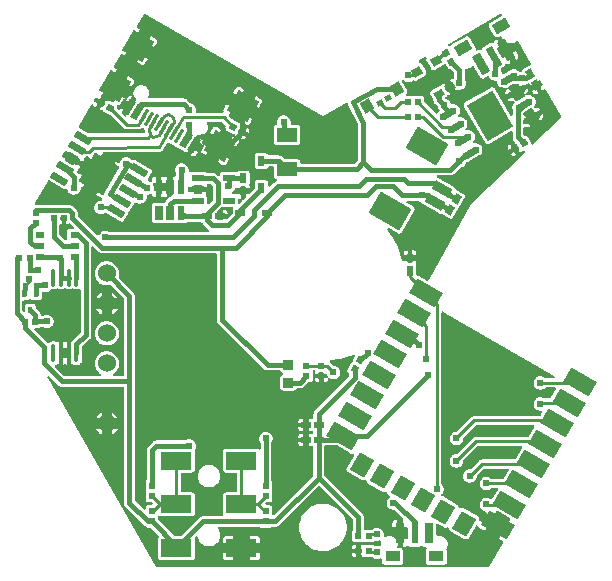
<source format=gtl>
G04 Layer: TopLayer*
G04 EasyEDA v6.5.22, 2023-01-18 14:56:14*
G04 eb7a50f388b942ddb5e33576d95934dd,93c32eb58a6e4653a9b851d96a472eee,10*
G04 Gerber Generator version 0.2*
G04 Scale: 100 percent, Rotated: No, Reflected: No *
G04 Dimensions in millimeters *
G04 leading zeros omitted , absolute positions ,4 integer and 5 decimal *
%FSLAX45Y45*%
%MOMM*%

%AMMACRO1*21,1,$1,$2,0,0,$3*%
%AMMACRO2*1,1,$1,$2,$3*1,1,$1,$4,$5*20,1,$1,$2,$3,$4,$5,0*%
%ADD10C,0.4000*%
%ADD11C,0.2540*%
%ADD12MACRO1,0.54X0.7901X0.0000*%
%ADD13R,0.5400X0.7901*%
%ADD14MACRO1,0.54X0.7901X-90.0000*%
%ADD15R,0.6300X0.8300*%
%ADD16R,0.8300X0.6300*%
%ADD17R,1.7280X1.1901*%
%ADD18MACRO1,0.88X1X-149.9997*%
%ADD19MACRO1,0.88X1X-150.0012*%
%ADD20MACRO1,0.53X0.44X29.9993*%
%ADD21R,0.4000X0.5100*%
%ADD22O,0.3999992X1.499997*%
%ADD23MACRO1,0.864X0.8065X0.0000*%
%ADD24R,0.8640X0.8065*%
%ADD25MACRO1,0.54X0.5656X150.0004*%
%ADD26MACRO1,0.54X0.5656X0.0000*%
%ADD27R,0.5400X0.5657*%
%ADD28MACRO1,0.54X0.5656X90.0000*%
%ADD29MACRO1,0.54X0.5656X-150.0004*%
%ADD30MACRO1,0.54X0.5656X-119.9996*%
%ADD31MACRO1,0.54X0.5656X-90.0000*%
%ADD32MACRO1,0.54X0.5656X60.0004*%
%ADD33MACRO1,0.54X0.5656X119.9996*%
%ADD34R,0.6223X1.2192*%
%ADD35MACRO1,1.2192X0.6198X-90.0000*%
%ADD36MACRO1,1.2192X0.621X90.0000*%
%ADD37MACRO1,1.2192X0.6236X-90.0000*%
%ADD38MACRO1,2.5X1.4X150.0002*%
%ADD39MACRO1,2.5X1.4X149.9999*%
%ADD40MACRO1,1.7X1.4X60.0000*%
%ADD41MACRO1,1.7X1.4X60.0004*%
%ADD42MACRO1,2.5X1.4X-29.9998*%
%ADD43MACRO1,0.6X1.5X-120.0003*%
%ADD44MACRO1,0.6X1.5X-119.9991*%
%ADD45MACRO1,2.8X2.4X60.0000*%
%ADD46MACRO2,0.6X-0.433X-0.25X0.433X0.25*%
%ADD47MACRO1,3.5001X2.4999X-59.9999*%
%ADD48R,0.8001X0.5105*%
%ADD49MACRO1,0.8X1.6X60.0006*%
%ADD50MACRO1,0.8X1.6X59.9997*%
%ADD51MACRO1,2.1X3X59.9996*%
%ADD52MACRO1,2.1X3X59.9999*%
%ADD53R,2.6000X1.5000*%
%ADD54MACRO1,0.7498X1.7998X-149.9999*%
%ADD55MACRO1,0.5999X1.7998X-149.9994*%
%ADD56MACRO1,0.7498X1.7999X-149.9999*%
%ADD57MACRO1,0.9002X1.3X-60.0000*%
%ADD58R,0.7500X1.8000*%
%ADD59R,0.5999X1.8000*%
%ADD60R,1.3000X0.9000*%
%ADD61MACRO1,0.54X0.7901X90.0000*%
%ADD62MACRO1,0.54X0.7901X-60.0004*%
%ADD63MACRO1,0.54X0.7901X-29.9982*%
%ADD64MACRO1,0.54X0.79X-29.9996*%
%ADD65MACRO1,0.54X0.7901X-150.0004*%
%ADD66R,1.0000X0.6000*%
%ADD67MACRO1,0.8X0.7X30.0003*%
%ADD68MACRO1,0.6X1.3X149.9997*%
%ADD69MACRO1,0.3X1.3X150.0030*%
%ADD70MACRO1,0.3X1.3X150.0006*%
%ADD71MACRO1,0.6X1.3X150.0009*%
%ADD72MACRO1,2X2X150.0001*%
%ADD73MACRO1,2X2X149.9997*%
%ADD74MACRO1,2X2X150.0004*%
%ADD75C,1.5240*%
%ADD76C,0.6200*%
%ADD77C,0.0116*%

%LPD*%
G36*
X2125014Y3883914D02*
G01*
X2121001Y3884218D01*
X2117394Y3886098D01*
X2114804Y3889248D01*
X2113686Y3893159D01*
X2113432Y3895801D01*
X2111044Y3905148D01*
X2107031Y3913936D01*
X2105050Y3916883D01*
X2103729Y3919626D01*
X2103323Y3922572D01*
X2103323Y3925671D01*
X2103932Y3929126D01*
X2105660Y3932224D01*
X2108403Y3934460D01*
X2124811Y3943959D01*
X2129942Y3947718D01*
X2133701Y3952138D01*
X2136444Y3957269D01*
X2138273Y3964025D01*
X2140051Y3967581D01*
X2143048Y3970172D01*
X2146757Y3971442D01*
X2150719Y3971137D01*
X2157425Y3969359D01*
X2163216Y3969156D01*
X2168906Y3970223D01*
X2174697Y3972763D01*
X2184958Y3978656D01*
X2152700Y4034586D01*
X2124252Y4018178D01*
X2120493Y4016908D01*
X2116582Y4017162D01*
X2113026Y4018940D01*
X2110384Y4021886D01*
X2069185Y4093260D01*
X2067915Y4097020D01*
X2068169Y4100931D01*
X2069947Y4104487D01*
X2072893Y4107129D01*
X2101342Y4123537D01*
X2068830Y4179824D01*
X2068423Y4179976D01*
X2065426Y4177334D01*
X2058822Y4173524D01*
X2053691Y4169765D01*
X2049932Y4165346D01*
X2047189Y4160215D01*
X2045309Y4153458D01*
X2043582Y4149902D01*
X2040585Y4147312D01*
X2036825Y4146042D01*
X2032914Y4146346D01*
X2026208Y4148124D01*
X2020417Y4148328D01*
X2014728Y4147261D01*
X2008886Y4144721D01*
X1957933Y4115308D01*
X1952802Y4111498D01*
X1949043Y4107129D01*
X1946351Y4101998D01*
X1945081Y4097274D01*
X1943303Y4093718D01*
X1940356Y4091076D01*
X1936597Y4089806D01*
X1932635Y4090111D01*
X1927910Y4091330D01*
X1922119Y4091584D01*
X1916430Y4090517D01*
X1910588Y4087926D01*
X1903933Y4084116D01*
X1900174Y4082846D01*
X1896262Y4083100D01*
X1892706Y4084878D01*
X1890064Y4087825D01*
X1888794Y4091584D01*
X1889302Y4096410D01*
X1889506Y4102201D01*
X1888439Y4107891D01*
X1885899Y4113682D01*
X1841449Y4190644D01*
X1837689Y4195775D01*
X1833270Y4199534D01*
X1828190Y4202277D01*
X1822602Y4203750D01*
X1816811Y4203954D01*
X1811121Y4202887D01*
X1805279Y4200347D01*
X1693672Y4135932D01*
X1688592Y4132122D01*
X1684782Y4127754D01*
X1683004Y4124350D01*
X1680768Y4121505D01*
X1677670Y4119626D01*
X1674114Y4118965D01*
X1670507Y4119575D01*
X1667408Y4121404D01*
X1665884Y4122724D01*
X1661007Y4125264D01*
X1657756Y4128058D01*
X1655876Y4131919D01*
X1655825Y4136237D01*
X1657502Y4140200D01*
X1660702Y4143044D01*
X2099564Y4396435D01*
X2103323Y4397705D01*
X2107285Y4397451D01*
X2110841Y4395724D01*
X2113432Y4392726D01*
X2114651Y4390694D01*
X2115921Y4386935D01*
X2115667Y4382973D01*
X2113889Y4379417D01*
X2110892Y4376826D01*
X2014118Y4320946D01*
X2008987Y4317136D01*
X2005228Y4312767D01*
X2002536Y4307636D01*
X2001012Y4302048D01*
X2000808Y4296257D01*
X2001875Y4290568D01*
X2004415Y4284776D01*
X2048865Y4207814D01*
X2052624Y4202684D01*
X2057044Y4198924D01*
X2066543Y4194200D01*
X2069338Y4190847D01*
X2072132Y4193489D01*
X2075738Y4194911D01*
X2079193Y4195572D01*
X2085035Y4198112D01*
X2097786Y4205478D01*
X2101342Y4206697D01*
X2105050Y4206595D01*
X2108504Y4205122D01*
X2111197Y4202480D01*
X2112721Y4199026D01*
X2114296Y4192625D01*
X2118512Y4182364D01*
X2124354Y4172864D01*
X2131568Y4164431D01*
X2138375Y4158640D01*
X2140559Y4155948D01*
X2144826Y4148632D01*
X2148078Y4150004D01*
X2151176Y4150207D01*
X2154174Y4149445D01*
X2159762Y4147159D01*
X2170582Y4144518D01*
X2181707Y4143654D01*
X2192731Y4144518D01*
X2203958Y4147312D01*
X2213864Y4151376D01*
X2223363Y4157218D01*
X2231542Y4164177D01*
X2235454Y4166260D01*
X2239822Y4166463D01*
X2243937Y4164787D01*
X2246934Y4161536D01*
X2356815Y3971239D01*
X2358034Y3967632D01*
X2357882Y3963771D01*
X2356256Y3960266D01*
X2353462Y3957624D01*
X2349906Y3956202D01*
X2343658Y3955034D01*
X2337816Y3952443D01*
X2292045Y3926027D01*
X2286914Y3922268D01*
X2283155Y3917848D01*
X2280462Y3912768D01*
X2279802Y3910380D01*
X2278227Y3907028D01*
X2275535Y3904487D01*
X2272131Y3903065D01*
X2269540Y3902506D01*
X2265578Y3902456D01*
X2261920Y3903878D01*
X2252014Y3913784D01*
X2244039Y3919372D01*
X2235200Y3923487D01*
X2225802Y3926027D01*
X2216099Y3926840D01*
X2206396Y3926027D01*
X2196998Y3923487D01*
X2187752Y3919169D01*
X2128875Y3885184D01*
G37*

%LPC*%
G36*
X2228443Y4003801D02*
G01*
X2238705Y4009694D01*
X2243785Y4013454D01*
X2247595Y4017873D01*
X2250287Y4022953D01*
X2251760Y4028541D01*
X2252014Y4034332D01*
X2250897Y4040022D01*
X2248357Y4045864D01*
X2229307Y4078833D01*
X2196134Y4059682D01*
G37*

%LPD*%
G36*
X-374142Y2781096D02*
G01*
X-378002Y2781858D01*
X-381304Y2784094D01*
X-383540Y2787345D01*
X-384302Y2791256D01*
X-384302Y2842717D01*
X-385013Y2849067D01*
X-386892Y2854502D01*
X-388823Y2858922D01*
X-388823Y2862681D01*
X-386892Y2867101D01*
X-385013Y2872536D01*
X-384302Y2878886D01*
X-384302Y2886964D01*
X-428853Y2886964D01*
X-428853Y2879394D01*
X-429615Y2875483D01*
X-431800Y2872181D01*
X-435101Y2869996D01*
X-439013Y2869234D01*
X-481380Y2869234D01*
X-485292Y2869996D01*
X-488543Y2872181D01*
X-490778Y2875483D01*
X-491540Y2879394D01*
X-491540Y2886964D01*
X-536346Y2886964D01*
X-540258Y2887726D01*
X-543560Y2889910D01*
X-545744Y2893212D01*
X-546506Y2897124D01*
X-546506Y2919476D01*
X-545744Y2923387D01*
X-543560Y2926689D01*
X-540258Y2928874D01*
X-536346Y2929636D01*
X-491540Y2929636D01*
X-491540Y2937205D01*
X-490778Y2941116D01*
X-488543Y2944418D01*
X-485292Y2946603D01*
X-481380Y2947365D01*
X-439013Y2947365D01*
X-435101Y2946603D01*
X-431800Y2944418D01*
X-429615Y2941116D01*
X-428853Y2937205D01*
X-428853Y2929636D01*
X-384302Y2929636D01*
X-384302Y2937713D01*
X-385470Y2947822D01*
X-384556Y2951530D01*
X-382320Y2954629D01*
X-379069Y2956661D01*
X-375361Y2957372D01*
X-359511Y2957372D01*
X-355650Y2956610D01*
X-352348Y2954426D01*
X-340969Y2943047D01*
X-338785Y2939745D01*
X-338023Y2935884D01*
X-338023Y2817215D01*
X-338785Y2813354D01*
X-340969Y2810052D01*
X-366928Y2784094D01*
X-370230Y2781858D01*
G37*

%LPD*%
G36*
X-291642Y2649423D02*
G01*
X-295503Y2650185D01*
X-298805Y2652369D01*
X-301040Y2655671D01*
X-301802Y2659837D01*
X-309118Y2659837D01*
X-313029Y2660599D01*
X-316331Y2662834D01*
X-318516Y2666136D01*
X-319278Y2669997D01*
X-319278Y2689402D01*
X-318516Y2693263D01*
X-316331Y2696565D01*
X-313029Y2698800D01*
X-309118Y2699562D01*
X-301802Y2699562D01*
X-301802Y2715158D01*
X-301040Y2719070D01*
X-298805Y2722372D01*
X-265734Y2755442D01*
X-263296Y2757220D01*
X-260400Y2758236D01*
X-257352Y2758338D01*
X-249580Y2757373D01*
X-176936Y2757373D01*
X-173177Y2756662D01*
X-169926Y2754579D01*
X-167690Y2751429D01*
X-166827Y2747670D01*
X-167894Y2742336D01*
X-168605Y2736037D01*
X-168605Y2706979D01*
X-169367Y2703068D01*
X-171602Y2699766D01*
X-208534Y2662834D01*
X-211836Y2660599D01*
X-215747Y2659837D01*
X-249580Y2659837D01*
X-250342Y2655671D01*
X-252577Y2652369D01*
X-255879Y2650185D01*
X-259740Y2649423D01*
G37*

%LPC*%
G36*
X-249580Y2699562D02*
G01*
X-210261Y2699562D01*
X-210261Y2706116D01*
X-210972Y2712466D01*
X-212902Y2717901D01*
X-216001Y2722829D01*
X-220065Y2726893D01*
X-224993Y2729992D01*
X-230428Y2731871D01*
X-236778Y2732582D01*
X-249580Y2732582D01*
G37*

%LPD*%
G36*
X-1305915Y2518257D02*
G01*
X-1309878Y2518968D01*
X-1313281Y2521204D01*
X-1475130Y2683052D01*
X-1477314Y2686304D01*
X-1478076Y2690164D01*
X-1478127Y2706979D01*
X-1479346Y2715615D01*
X-1482039Y2723642D01*
X-1486154Y2731008D01*
X-1491894Y2737916D01*
X-1518208Y2764180D01*
X-1525270Y2769514D01*
X-1532839Y2773273D01*
X-1540967Y2775559D01*
X-1549857Y2776423D01*
X-1828444Y2776423D01*
X-1834845Y2775966D01*
X-1839163Y2776626D01*
X-1842770Y2779014D01*
X-1845106Y2782722D01*
X-1845614Y2787040D01*
X-1844293Y2791206D01*
X-1734413Y2981553D01*
X-1731772Y2984550D01*
X-1728216Y2986328D01*
X-1724253Y2986582D01*
X-1720545Y2985312D01*
X-1597101Y2914040D01*
X-1591259Y2911500D01*
X-1585569Y2910433D01*
X-1579778Y2910636D01*
X-1577848Y2911144D01*
X-1574088Y2911449D01*
X-1570482Y2910332D01*
X-1567535Y2907995D01*
X-1565656Y2904744D01*
X-1563116Y2897581D01*
X-1558442Y2889148D01*
X-1552346Y2881630D01*
X-1545132Y2875280D01*
X-1536903Y2870200D01*
X-1527962Y2866644D01*
X-1518513Y2864612D01*
X-1508861Y2864154D01*
X-1499311Y2865424D01*
X-1490116Y2868218D01*
X-1481480Y2872587D01*
X-1473708Y2878328D01*
X-1467053Y2885287D01*
X-1461668Y2893263D01*
X-1457655Y2902051D01*
X-1455267Y2911398D01*
X-1454607Y2918968D01*
X-1453438Y2922879D01*
X-1450898Y2925978D01*
X-1447292Y2927858D01*
X-1443228Y2928213D01*
X-1439418Y2926892D01*
X-1435862Y2924860D01*
X-1391107Y3002432D01*
X-1460144Y3042310D01*
X-1463751Y3039719D01*
X-1468069Y3038906D01*
X-1472285Y3039973D01*
X-1475740Y3042767D01*
X-1480566Y3048152D01*
X-1482852Y3051810D01*
X-1483410Y3056178D01*
X-1481480Y3061309D01*
X-1478940Y3067151D01*
X-1477873Y3072841D01*
X-1478026Y3076803D01*
X-1477467Y3080562D01*
X-1475587Y3083814D01*
X-1472641Y3086150D01*
X-1469085Y3088030D01*
X-1464716Y3091840D01*
X-1460906Y3096920D01*
X-1456893Y3103930D01*
X-1506321Y3132480D01*
X-1512570Y3121558D01*
X-1515211Y3118561D01*
X-1518767Y3116834D01*
X-1522730Y3116580D01*
X-1526489Y3117850D01*
X-1584807Y3151530D01*
X-1587804Y3154172D01*
X-1589532Y3157728D01*
X-1589836Y3161639D01*
X-1588566Y3165398D01*
X-1582267Y3176320D01*
X-1603248Y3188411D01*
X-1606245Y3191052D01*
X-1607972Y3194608D01*
X-1608226Y3198571D01*
X-1606956Y3202330D01*
X-1595780Y3221685D01*
X-1593138Y3224682D01*
X-1589582Y3226409D01*
X-1585671Y3226663D01*
X-1581912Y3225393D01*
X-1560880Y3213303D01*
X-1554632Y3224174D01*
X-1551990Y3227171D01*
X-1548434Y3228898D01*
X-1544472Y3229203D01*
X-1540713Y3227882D01*
X-1482394Y3194202D01*
X-1479397Y3191611D01*
X-1477619Y3188055D01*
X-1477365Y3184093D01*
X-1478635Y3180334D01*
X-1484934Y3169462D01*
X-1435557Y3140913D01*
X-1431493Y3147923D01*
X-1428953Y3153714D01*
X-1427886Y3159404D01*
X-1428038Y3163417D01*
X-1427480Y3167126D01*
X-1425600Y3170428D01*
X-1422603Y3172764D01*
X-1419098Y3174644D01*
X-1414729Y3178403D01*
X-1411274Y3183077D01*
X-1409039Y3185261D01*
X-1406194Y3186684D01*
X-1403096Y3187192D01*
X-1393901Y3187192D01*
X-1390294Y3186531D01*
X-1387144Y3184652D01*
X-1384909Y3181807D01*
X-1383792Y3178302D01*
X-1383995Y3174644D01*
X-1314754Y3134664D01*
X-1267561Y3216402D01*
X-1265326Y3219094D01*
X-1262278Y3220821D01*
X-1258824Y3221482D01*
X-784809Y3225393D01*
X-777341Y3226612D01*
X-770280Y3229305D01*
X-763879Y3233318D01*
X-758342Y3238500D01*
X-755040Y3242868D01*
X-721969Y3300780D01*
X-719328Y3303778D01*
X-715772Y3305556D01*
X-711809Y3305810D01*
X-708050Y3304540D01*
X-694893Y3296970D01*
X-689102Y3294430D01*
X-684987Y3293059D01*
X-681736Y3290163D01*
X-676605Y3286404D01*
X-651611Y3271977D01*
X-645769Y3269437D01*
X-641654Y3268065D01*
X-638403Y3265170D01*
X-633323Y3261410D01*
X-582320Y3231997D01*
X-576529Y3229406D01*
X-572363Y3228086D01*
X-569163Y3225190D01*
X-564032Y3221380D01*
X-557022Y3217367D01*
X-529386Y3265220D01*
X-529539Y3269030D01*
X-528320Y3272637D01*
X-499618Y3322320D01*
X-497128Y3325164D01*
X-493776Y3326942D01*
X-470154Y3367786D01*
X-467156Y3371087D01*
X-462991Y3372764D01*
X-458520Y3372510D01*
X-455117Y3371494D01*
X-444601Y3370224D01*
X-437286Y3370529D01*
X-433070Y3369767D01*
X-431647Y3368801D01*
X-429869Y3370630D01*
X-426161Y3372256D01*
X-423621Y3372764D01*
X-413715Y3376523D01*
X-404520Y3381806D01*
X-396290Y3388512D01*
X-389280Y3396437D01*
X-383590Y3405428D01*
X-379425Y3415182D01*
X-376936Y3425444D01*
X-376072Y3436010D01*
X-376936Y3446627D01*
X-379425Y3456889D01*
X-382981Y3465169D01*
X-383794Y3469030D01*
X-383032Y3472942D01*
X-380847Y3476294D01*
X-377545Y3478529D01*
X-373634Y3479292D01*
X-264820Y3479292D01*
X-260908Y3478529D01*
X-257606Y3476294D01*
X-229158Y3447846D01*
X-226923Y3444494D01*
X-226212Y3440531D01*
X-228244Y3430625D01*
X-228041Y3424834D01*
X-226517Y3419246D01*
X-223824Y3414115D01*
X-220065Y3409746D01*
X-214934Y3405987D01*
X-166776Y3378200D01*
X-163830Y3375558D01*
X-162966Y3373882D01*
X-160731Y3374847D01*
X-156718Y3374898D01*
X-151790Y3373374D01*
X-148031Y3369868D01*
X-146050Y3366312D01*
X-145592Y3362299D01*
X-146761Y3358438D01*
X-149352Y3355340D01*
X-152908Y3353460D01*
X-156972Y3353155D01*
X-160782Y3354425D01*
X-163677Y3356101D01*
X-166420Y3358540D01*
X-201574Y3297631D01*
X-141325Y3262884D01*
X-119786Y3300171D01*
X-117246Y3306013D01*
X-116128Y3311702D01*
X-116382Y3317494D01*
X-117856Y3323082D01*
X-120446Y3327958D01*
X-135077Y3336391D01*
X-138074Y3339033D01*
X-139801Y3342589D01*
X-140055Y3346551D01*
X-138785Y3350310D01*
X-117195Y3387699D01*
X-118668Y3388563D01*
X-121666Y3391204D01*
X-123393Y3394760D01*
X-123647Y3398723D01*
X-122377Y3402431D01*
X-112725Y3419246D01*
X-110083Y3422192D01*
X-106527Y3423970D01*
X-102565Y3424224D01*
X-98806Y3422954D01*
X-97332Y3422091D01*
X-75742Y3459530D01*
X-73101Y3462528D01*
X-69545Y3464255D01*
X-65582Y3464509D01*
X-61874Y3463239D01*
X-43942Y3452926D01*
X-43078Y3452622D01*
X-37490Y3454095D01*
X-32359Y3456838D01*
X-27990Y3460597D01*
X-24180Y3465728D01*
X-2641Y3503015D01*
X-62890Y3537813D01*
X-100025Y3473551D01*
X-102616Y3470554D01*
X-106172Y3468827D01*
X-110134Y3468522D01*
X-113893Y3469843D01*
X-162052Y3497630D01*
X-167843Y3500170D01*
X-173075Y3501593D01*
X-175514Y3503422D01*
X-193700Y3521608D01*
X-196037Y3525316D01*
X-196646Y3529685D01*
X-195326Y3533851D01*
X-160528Y3594150D01*
X-220725Y3628948D01*
X-242265Y3591610D01*
X-244805Y3585768D01*
X-245922Y3580079D01*
X-245668Y3574338D01*
X-244348Y3569309D01*
X-244043Y3565601D01*
X-245110Y3562045D01*
X-247345Y3559098D01*
X-250494Y3557168D01*
X-254152Y3556508D01*
X-468172Y3556508D01*
X-471830Y3557168D01*
X-474980Y3559098D01*
X-477215Y3561994D01*
X-478282Y3565550D01*
X-478028Y3569208D01*
X-477367Y3571798D01*
X-476504Y3581400D01*
X-477367Y3591001D01*
X-479755Y3600348D01*
X-483768Y3609136D01*
X-489153Y3617112D01*
X-495808Y3624072D01*
X-503580Y3629812D01*
X-512216Y3634181D01*
X-521309Y3636975D01*
X-523646Y3638042D01*
X-525678Y3639667D01*
X-551129Y3666032D01*
X-555548Y3669588D01*
X-557885Y3671163D01*
X-562914Y3673856D01*
X-565454Y3674973D01*
X-570890Y3676700D01*
X-573582Y3677310D01*
X-579221Y3678021D01*
X-875995Y3678123D01*
X-880211Y3679037D01*
X-883666Y3681577D01*
X-885748Y3685387D01*
X-886053Y3689654D01*
X-879957Y3704183D01*
X-877468Y3714445D01*
X-876604Y3725011D01*
X-877468Y3735628D01*
X-879957Y3745890D01*
X-884123Y3755644D01*
X-889812Y3764635D01*
X-896823Y3772560D01*
X-905052Y3779265D01*
X-914247Y3784549D01*
X-924153Y3788308D01*
X-934516Y3790442D01*
X-945134Y3790848D01*
X-955649Y3789578D01*
X-965809Y3786632D01*
X-975410Y3782110D01*
X-984148Y3776065D01*
X-991768Y3768699D01*
X-998118Y3760266D01*
X-1003046Y3750868D01*
X-1006449Y3740810D01*
X-1008126Y3730345D01*
X-1008126Y3719728D01*
X-1006449Y3709263D01*
X-1005586Y3706825D01*
X-1005128Y3702761D01*
X-1005840Y3700322D01*
X-1004316Y3699560D01*
X-1001521Y3696258D01*
X-998118Y3689807D01*
X-991768Y3681374D01*
X-989177Y3678885D01*
X-986739Y3675176D01*
X-986129Y3670757D01*
X-987450Y3666490D01*
X-1011021Y3625596D01*
X-1010869Y3621786D01*
X-1012139Y3618229D01*
X-1040841Y3568547D01*
X-1043279Y3565651D01*
X-1046683Y3563874D01*
X-1066292Y3529888D01*
X-1068679Y3527044D01*
X-1071930Y3525316D01*
X-1075639Y3524808D01*
X-1079246Y3525672D01*
X-1082294Y3527755D01*
X-1098651Y3544163D01*
X-1101039Y3547872D01*
X-1101598Y3552240D01*
X-1100277Y3556406D01*
X-1085240Y3582466D01*
X-1115161Y3599738D01*
X-1122832Y3586429D01*
X-1125270Y3583635D01*
X-1128522Y3581857D01*
X-1132179Y3581400D01*
X-1135786Y3582263D01*
X-1138834Y3584346D01*
X-1142441Y3587953D01*
X-1144676Y3591306D01*
X-1145387Y3595268D01*
X-1143355Y3605174D01*
X-1143558Y3610965D01*
X-1144117Y3613048D01*
X-1144371Y3617112D01*
X-1143000Y3620922D01*
X-1140206Y3623919D01*
X-1136497Y3625596D01*
X-1132433Y3625646D01*
X-1127201Y3624630D01*
X-1124204Y3624783D01*
X-1099007Y3668369D01*
X-1096416Y3671366D01*
X-1092860Y3673094D01*
X-1088898Y3673398D01*
X-1085138Y3672078D01*
X-1046378Y3649726D01*
X-1020368Y3694836D01*
X-1027379Y3698849D01*
X-1033221Y3701389D01*
X-1038860Y3702507D01*
X-1041908Y3702354D01*
X-1058316Y3673906D01*
X-1060958Y3670909D01*
X-1064514Y3669182D01*
X-1068476Y3668928D01*
X-1072184Y3670198D01*
X-1141222Y3710076D01*
X-1174750Y3652012D01*
X-1177391Y3649014D01*
X-1180947Y3647287D01*
X-1184859Y3647033D01*
X-1188618Y3648303D01*
X-1204671Y3657549D01*
X-1210513Y3660089D01*
X-1216202Y3661156D01*
X-1221943Y3660952D01*
X-1227429Y3659479D01*
X-1231392Y3659225D01*
X-1235151Y3660495D01*
X-1244244Y3665728D01*
X-1254404Y3648100D01*
X-1252931Y3647236D01*
X-1249934Y3644595D01*
X-1248206Y3641039D01*
X-1247952Y3637076D01*
X-1249222Y3633368D01*
X-1258874Y3616553D01*
X-1261516Y3613607D01*
X-1265072Y3611829D01*
X-1269034Y3611575D01*
X-1272794Y3612845D01*
X-1274267Y3613708D01*
X-1290777Y3585057D01*
X-1284528Y3581450D01*
X-1278686Y3578910D01*
X-1272590Y3577742D01*
X-1269390Y3576574D01*
X-1266748Y3574389D01*
X-1262684Y3569665D01*
X-1257554Y3565906D01*
X-1209548Y3538169D01*
X-1203756Y3535629D01*
X-1198524Y3534206D01*
X-1196086Y3532378D01*
X-1091133Y3427476D01*
X-1084935Y3422345D01*
X-1078230Y3418789D01*
X-1071016Y3416604D01*
X-1062990Y3415792D01*
X-965403Y3415792D01*
X-962050Y3415944D01*
X-957580Y3416554D01*
X-954582Y3417265D01*
X-950366Y3418789D01*
X-947572Y3420059D01*
X-943711Y3422345D01*
X-941273Y3424123D01*
X-936752Y3428339D01*
X-933094Y3430524D01*
X-928827Y3430981D01*
X-924763Y3429660D01*
X-919734Y3426764D01*
X-916889Y3424326D01*
X-915162Y3421024D01*
X-914704Y3417315D01*
X-914857Y3414928D01*
X-913790Y3407003D01*
X-911301Y3397199D01*
X-911098Y3393541D01*
X-912164Y3390036D01*
X-914450Y3387140D01*
X-917600Y3385261D01*
X-921207Y3384600D01*
X-1385773Y3384600D01*
X-1388414Y3384956D01*
X-1390853Y3385972D01*
X-1464614Y3428542D01*
X-1467612Y3431133D01*
X-1469339Y3434689D01*
X-1469593Y3438651D01*
X-1468323Y3442411D01*
X-1362811Y3625189D01*
X-1360220Y3628186D01*
X-1356664Y3629914D01*
X-1352702Y3630168D01*
X-1348943Y3628898D01*
X-1345946Y3626307D01*
X-1341424Y3617315D01*
X-1337665Y3612946D01*
X-1332534Y3609187D01*
X-1326286Y3605580D01*
X-1309776Y3634181D01*
X-1336852Y3649827D01*
X-1339850Y3652469D01*
X-1341577Y3656025D01*
X-1341831Y3659987D01*
X-1340561Y3663696D01*
X-1330858Y3680510D01*
X-1328267Y3683508D01*
X-1324711Y3685235D01*
X-1320749Y3685489D01*
X-1316990Y3684219D01*
X-1289913Y3668572D01*
X-1278940Y3687622D01*
X-1279956Y3690823D01*
X-1279906Y3694176D01*
X-1278686Y3697376D01*
X-1238859Y3766413D01*
X-1261872Y3779723D01*
X-1264869Y3782314D01*
X-1266596Y3785870D01*
X-1266850Y3789832D01*
X-1265580Y3793591D01*
X-1219403Y3873601D01*
X-1216812Y3876548D01*
X-1213256Y3878326D01*
X-1209294Y3878579D01*
X-1205534Y3877310D01*
X-1182471Y3864000D01*
X-1147724Y3924249D01*
X-1170736Y3937558D01*
X-1173734Y3940149D01*
X-1175512Y3943705D01*
X-1175766Y3947668D01*
X-1174496Y3951427D01*
X-1115568Y4053484D01*
X-1112926Y4056481D01*
X-1109370Y4058208D01*
X-1105408Y4058462D01*
X-1101648Y4057192D01*
X-1078636Y4043883D01*
X-1043838Y4104132D01*
X-1066901Y4117441D01*
X-1069848Y4120083D01*
X-1071626Y4123639D01*
X-1071880Y4127550D01*
X-1070610Y4131310D01*
X-1024432Y4211320D01*
X-1021791Y4214317D01*
X-1018235Y4216044D01*
X-1014272Y4216298D01*
X-1010513Y4215028D01*
X-987501Y4201769D01*
X-952703Y4261967D01*
X-975766Y4275277D01*
X-978763Y4277918D01*
X-980490Y4281474D01*
X-980744Y4285437D01*
X-979474Y4289145D01*
X-919683Y4392726D01*
X-917041Y4395724D01*
X-913485Y4397502D01*
X-909574Y4397756D01*
X-905814Y4396486D01*
X583438Y3536645D01*
X589432Y3534105D01*
X595680Y3533089D01*
X598119Y3533089D01*
X604367Y3534105D01*
X610362Y3536645D01*
X791362Y3641140D01*
X795020Y3642410D01*
X798880Y3642207D01*
X802386Y3640632D01*
X805027Y3637838D01*
X806450Y3634232D01*
X806805Y3632250D01*
X810056Y3623970D01*
X892810Y3458413D01*
X893876Y3453841D01*
X893876Y3160115D01*
X893114Y3156254D01*
X890930Y3152952D01*
X868121Y3130143D01*
X864819Y3127959D01*
X860958Y3127197D01*
X414578Y3127197D01*
X410667Y3127959D01*
X407365Y3130143D01*
X405180Y3133445D01*
X404418Y3137357D01*
X404418Y3140252D01*
X403707Y3146552D01*
X401777Y3151987D01*
X398729Y3156915D01*
X394614Y3160979D01*
X389737Y3164078D01*
X384251Y3166008D01*
X377952Y3166719D01*
X275793Y3166719D01*
X271932Y3167481D01*
X268630Y3169666D01*
X255117Y3183077D01*
X248158Y3188360D01*
X240588Y3192119D01*
X232460Y3194405D01*
X223570Y3195269D01*
X140665Y3195269D01*
X136601Y3196082D01*
X133248Y3198469D01*
X128016Y3206902D01*
X123901Y3211017D01*
X119024Y3214065D01*
X113537Y3215995D01*
X107238Y3216706D01*
X45364Y3216706D01*
X39065Y3215995D01*
X33578Y3214065D01*
X28702Y3211017D01*
X24587Y3206902D01*
X21488Y3202025D01*
X19608Y3196539D01*
X18897Y3190240D01*
X18897Y3108350D01*
X19608Y3102051D01*
X21488Y3096564D01*
X24587Y3091688D01*
X28702Y3087573D01*
X33578Y3084525D01*
X39065Y3082594D01*
X45364Y3081883D01*
X107238Y3081883D01*
X113537Y3082594D01*
X119024Y3084525D01*
X123901Y3087573D01*
X128016Y3091688D01*
X133248Y3100171D01*
X136652Y3102610D01*
X140716Y3103422D01*
X169621Y3103422D01*
X173532Y3102660D01*
X176834Y3100476D01*
X179019Y3097174D01*
X179781Y3093262D01*
X179781Y3022346D01*
X180492Y3016046D01*
X182422Y3010560D01*
X185470Y3005683D01*
X189585Y3001568D01*
X194462Y2998520D01*
X201269Y2996184D01*
X204876Y2994050D01*
X207314Y2990646D01*
X208178Y2986582D01*
X207314Y2982468D01*
X204876Y2979064D01*
X201269Y2976930D01*
X197358Y2975660D01*
X189992Y2971546D01*
X183083Y2965805D01*
X151079Y2933801D01*
X147777Y2931566D01*
X143865Y2930804D01*
X140004Y2931566D01*
X136702Y2933801D01*
X134467Y2937103D01*
X133705Y2940964D01*
X133705Y2962249D01*
X132994Y2968548D01*
X131114Y2974035D01*
X128016Y2978912D01*
X123901Y2983026D01*
X119024Y2986074D01*
X113537Y2988005D01*
X107238Y2988716D01*
X45364Y2988716D01*
X39065Y2988005D01*
X33578Y2986074D01*
X28702Y2983026D01*
X24587Y2978912D01*
X21539Y2974035D01*
X19608Y2968548D01*
X18897Y2962249D01*
X18897Y2920136D01*
X18135Y2916224D01*
X15900Y2912922D01*
X-28244Y2868777D01*
X-31546Y2866542D01*
X-35458Y2865780D01*
X-56337Y2865780D01*
X-56337Y2844901D01*
X-57099Y2840990D01*
X-59334Y2837688D01*
X-78689Y2818333D01*
X-81991Y2816098D01*
X-85090Y2815488D01*
X-85699Y2812440D01*
X-87884Y2809138D01*
X-106933Y2790088D01*
X-110235Y2787853D01*
X-114147Y2787091D01*
X-118008Y2787853D01*
X-121310Y2790088D01*
X-123494Y2793390D01*
X-124307Y2797251D01*
X-124307Y2818231D01*
X-123545Y2822041D01*
X-121462Y2825242D01*
X-118313Y2827477D01*
X-114604Y2828391D01*
X-110794Y2827832D01*
X-108966Y2827172D01*
X-102616Y2826461D01*
X-96062Y2826461D01*
X-96062Y2865780D01*
X-135026Y2865780D01*
X-138379Y2866339D01*
X-144424Y2868472D01*
X-150774Y2869184D01*
X-164287Y2869184D01*
X-168402Y2870047D01*
X-171805Y2872536D01*
X-173939Y2876194D01*
X-174396Y2880360D01*
X-173126Y2884373D01*
X-170332Y2887522D01*
X-165608Y2891028D01*
X-158953Y2897987D01*
X-153568Y2905963D01*
X-149555Y2914751D01*
X-149098Y2916580D01*
X-147218Y2920339D01*
X-144018Y2922981D01*
X-140004Y2924149D01*
X-135890Y2923590D01*
X-132283Y2921406D01*
X-129895Y2918002D01*
X-96062Y2918002D01*
X-96062Y2925318D01*
X-95300Y2929229D01*
X-93065Y2932531D01*
X-89763Y2934716D01*
X-85902Y2935478D01*
X-66497Y2935478D01*
X-62636Y2934716D01*
X-59334Y2932531D01*
X-57099Y2929229D01*
X-56337Y2925318D01*
X-56337Y2918002D01*
X-23317Y2918002D01*
X-23317Y2930804D01*
X-24028Y2937154D01*
X-26060Y2943047D01*
X-26619Y2946400D01*
X-26060Y2949752D01*
X-24028Y2955645D01*
X-23317Y2961995D01*
X-23317Y3039821D01*
X-24028Y3046171D01*
X-25908Y3051606D01*
X-29006Y3056534D01*
X-33070Y3060598D01*
X-37998Y3063697D01*
X-43434Y3065627D01*
X-49784Y3066338D01*
X-102616Y3066338D01*
X-108966Y3065627D01*
X-114401Y3063697D01*
X-119329Y3060598D01*
X-123647Y3056280D01*
X-126441Y3054299D01*
X-129692Y3053384D01*
X-133096Y3053537D01*
X-136245Y3054858D01*
X-138988Y3056585D01*
X-144424Y3058464D01*
X-150774Y3059176D01*
X-249631Y3059176D01*
X-255930Y3058464D01*
X-261416Y3056585D01*
X-266293Y3053486D01*
X-270408Y3049371D01*
X-273456Y3044494D01*
X-275386Y3039059D01*
X-276148Y3031490D01*
X-277215Y3027883D01*
X-279552Y3024886D01*
X-282854Y3022955D01*
X-286562Y3022396D01*
X-290271Y3023209D01*
X-293420Y3025343D01*
X-305206Y3037027D01*
X-312166Y3042310D01*
X-319735Y3046069D01*
X-327863Y3048355D01*
X-336753Y3049219D01*
X-385572Y3049219D01*
X-389432Y3049981D01*
X-392734Y3052165D01*
X-394055Y3053486D01*
X-398983Y3056585D01*
X-404418Y3058515D01*
X-410768Y3059226D01*
X-509625Y3059226D01*
X-515924Y3058515D01*
X-521411Y3056585D01*
X-525322Y3054096D01*
X-529539Y3052622D01*
X-534009Y3053080D01*
X-537819Y3055416D01*
X-540258Y3059125D01*
X-540867Y3063595D01*
X-540004Y3073400D01*
X-540867Y3083001D01*
X-543255Y3092348D01*
X-547268Y3101136D01*
X-552653Y3109112D01*
X-559308Y3116072D01*
X-567080Y3121812D01*
X-575716Y3126181D01*
X-584911Y3128975D01*
X-594461Y3130245D01*
X-604113Y3129788D01*
X-613562Y3127756D01*
X-622503Y3124200D01*
X-630732Y3119120D01*
X-637946Y3112770D01*
X-644042Y3105251D01*
X-648716Y3096818D01*
X-651916Y3087725D01*
X-653542Y3078226D01*
X-653542Y3068574D01*
X-651916Y3059074D01*
X-649986Y3053537D01*
X-649427Y3050184D01*
X-649427Y3025597D01*
X-650290Y3021482D01*
X-652780Y3018028D01*
X-656488Y3015945D01*
X-660704Y3015488D01*
X-668020Y3016351D01*
X-676656Y3016351D01*
X-676656Y2966313D01*
X-670712Y2966313D01*
X-666851Y2965500D01*
X-663549Y2963316D01*
X-661365Y2960014D01*
X-660552Y2956153D01*
X-660552Y2902813D01*
X-661365Y2898902D01*
X-663549Y2895600D01*
X-666851Y2893415D01*
X-670712Y2892653D01*
X-676656Y2892653D01*
X-676656Y2865374D01*
X-677519Y2861259D01*
X-679958Y2857855D01*
X-683564Y2855722D01*
X-685038Y2855264D01*
X-692404Y2851150D01*
X-699312Y2845409D01*
X-703122Y2841599D01*
X-706424Y2839415D01*
X-710285Y2838653D01*
X-714197Y2839415D01*
X-717499Y2841599D01*
X-719683Y2844901D01*
X-720445Y2848813D01*
X-720445Y2892653D01*
X-771652Y2892653D01*
X-771652Y2842615D01*
X-763016Y2842615D01*
X-756666Y2843326D01*
X-750163Y2845612D01*
X-745337Y2846171D01*
X-741984Y2845612D01*
X-735431Y2843326D01*
X-729081Y2842615D01*
X-726643Y2842615D01*
X-722782Y2841853D01*
X-719480Y2839618D01*
X-717296Y2836367D01*
X-716483Y2832455D01*
X-717245Y2828594D01*
X-719429Y2825292D01*
X-732231Y2812389D01*
X-737565Y2805328D01*
X-740765Y2799232D01*
X-743000Y2796387D01*
X-746048Y2794508D01*
X-749604Y2793796D01*
X-753110Y2794355D01*
X-756666Y2795625D01*
X-763016Y2796336D01*
X-824077Y2796336D01*
X-830427Y2795625D01*
X-835863Y2793695D01*
X-840790Y2790647D01*
X-844854Y2786532D01*
X-847953Y2781655D01*
X-849884Y2776169D01*
X-850595Y2769870D01*
X-850595Y2649067D01*
X-849884Y2642768D01*
X-847953Y2637282D01*
X-844854Y2632405D01*
X-840790Y2628290D01*
X-835863Y2625242D01*
X-830427Y2623312D01*
X-824077Y2622600D01*
X-763016Y2622600D01*
X-756666Y2623312D01*
X-750163Y2625598D01*
X-745337Y2626156D01*
X-741984Y2625598D01*
X-735431Y2623312D01*
X-729081Y2622600D01*
X-668020Y2622600D01*
X-661670Y2623312D01*
X-655167Y2625598D01*
X-650341Y2626156D01*
X-646938Y2625598D01*
X-640435Y2623312D01*
X-634085Y2622600D01*
X-573024Y2622600D01*
X-566674Y2623312D01*
X-561238Y2625242D01*
X-556310Y2628290D01*
X-553821Y2630830D01*
X-550519Y2633014D01*
X-546608Y2633776D01*
X-445312Y2633776D01*
X-442518Y2633370D01*
X-439928Y2632252D01*
X-435406Y2629408D01*
X-430174Y2627579D01*
X-427024Y2625801D01*
X-424738Y2623058D01*
X-422706Y2619552D01*
X-416915Y2612593D01*
X-374091Y2569819D01*
X-369112Y2566060D01*
X-366369Y2562910D01*
X-365150Y2558897D01*
X-365607Y2554732D01*
X-367741Y2551125D01*
X-371144Y2548686D01*
X-375259Y2547823D01*
X-1208024Y2547823D01*
X-1211224Y2548331D01*
X-1223416Y2554681D01*
X-1232611Y2557475D01*
X-1242161Y2558745D01*
X-1251813Y2558288D01*
X-1261262Y2556256D01*
X-1270203Y2552700D01*
X-1278432Y2547620D01*
X-1285646Y2541270D01*
X-1291742Y2533751D01*
X-1296517Y2525014D01*
X-1298651Y2521508D01*
X-1301902Y2519121D01*
G37*

%LPC*%
G36*
X-299161Y3354019D02*
G01*
X-264363Y3414268D01*
X-301701Y3435807D01*
X-307492Y3438347D01*
X-313182Y3439414D01*
X-318973Y3439210D01*
X-324561Y3437686D01*
X-329692Y3434994D01*
X-334060Y3431184D01*
X-337870Y3426104D01*
X-359410Y3388766D01*
G37*
G36*
X-243840Y3114649D02*
G01*
X-238048Y3114852D01*
X-232460Y3116376D01*
X-227380Y3119069D01*
X-222961Y3122828D01*
X-219202Y3127959D01*
X-197662Y3165297D01*
X-257911Y3200044D01*
X-292658Y3139795D01*
X-255371Y3118256D01*
X-249529Y3115716D01*
G37*
G36*
X-501548Y3188360D02*
G01*
X-495757Y3188563D01*
X-490169Y3190087D01*
X-485038Y3192780D01*
X-480669Y3196539D01*
X-476859Y3201670D01*
X-464108Y3223818D01*
X-494030Y3241090D01*
X-520039Y3196031D01*
X-513080Y3191967D01*
X-507238Y3189427D01*
G37*
G36*
X-932180Y3962400D02*
G01*
X-926439Y3962603D01*
X-920851Y3964127D01*
X-915720Y3966819D01*
X-911301Y3970578D01*
X-907542Y3975709D01*
X-886002Y4012996D01*
X-946251Y4047794D01*
X-981049Y3987546D01*
X-943711Y3966006D01*
X-937869Y3963466D01*
G37*
G36*
X-390296Y3196183D02*
G01*
X-355498Y3256381D01*
X-424535Y3296259D01*
X-427532Y3298901D01*
X-429259Y3302457D01*
X-429514Y3306368D01*
X-428243Y3310128D01*
X-411835Y3338576D01*
X-413258Y3341268D01*
X-417017Y3345637D01*
X-422148Y3349447D01*
X-429158Y3353460D01*
X-455168Y3308400D01*
X-416458Y3286048D01*
X-413461Y3283407D01*
X-411734Y3279851D01*
X-411429Y3275888D01*
X-412750Y3272129D01*
X-437896Y3228543D01*
X-436473Y3225850D01*
X-432714Y3221482D01*
X-427583Y3217722D01*
G37*
G36*
X-1109268Y2635402D02*
G01*
X-1103477Y2635656D01*
X-1097889Y2637129D01*
X-1092809Y2639822D01*
X-1088390Y2643632D01*
X-1084630Y2648712D01*
X-1055217Y2699715D01*
X-1052626Y2705557D01*
X-1051560Y2711246D01*
X-1051712Y2715209D01*
X-1051153Y2718968D01*
X-1049274Y2722219D01*
X-1046327Y2724556D01*
X-1042771Y2726436D01*
X-1038402Y2730246D01*
X-1034643Y2735326D01*
X-1005179Y2786329D01*
X-1002131Y2793644D01*
X-1000506Y2796997D01*
X-997712Y2799537D01*
X-994257Y2800858D01*
X-990549Y2800858D01*
X-987044Y2799537D01*
X-978103Y2794000D01*
X-969162Y2790444D01*
X-959713Y2788412D01*
X-950061Y2787954D01*
X-940511Y2789224D01*
X-931316Y2792018D01*
X-922680Y2796387D01*
X-914908Y2802128D01*
X-908253Y2809087D01*
X-902868Y2817063D01*
X-898855Y2825851D01*
X-896467Y2835198D01*
X-895603Y2844850D01*
X-896264Y2853182D01*
X-895858Y2856992D01*
X-894029Y2860395D01*
X-891082Y2862884D01*
X-887425Y2864053D01*
X-877011Y2865424D01*
X-867816Y2868218D01*
X-864463Y2869895D01*
X-860298Y2871012D01*
X-856030Y2870250D01*
X-852474Y2867812D01*
X-850239Y2864104D01*
X-847902Y2857246D01*
X-844854Y2852420D01*
X-840790Y2848305D01*
X-835863Y2845206D01*
X-830427Y2843326D01*
X-824077Y2842615D01*
X-815441Y2842615D01*
X-815441Y2892653D01*
X-824687Y2892653D01*
X-828294Y2893314D01*
X-831443Y2895244D01*
X-833729Y2898140D01*
X-834796Y2901696D01*
X-834491Y2905353D01*
X-832967Y2911398D01*
X-832103Y2921000D01*
X-832967Y2930601D01*
X-835355Y2939948D01*
X-839368Y2948736D01*
X-840486Y2950464D01*
X-842111Y2954528D01*
X-841857Y2958846D01*
X-839825Y2962706D01*
X-836371Y2965348D01*
X-832103Y2966313D01*
X-815441Y2966313D01*
X-815441Y3016351D01*
X-824077Y3016351D01*
X-830427Y3015640D01*
X-835863Y3013710D01*
X-840790Y3010611D01*
X-844854Y3006547D01*
X-847953Y3001619D01*
X-849884Y2996184D01*
X-850595Y2989834D01*
X-850595Y2981604D01*
X-851408Y2977540D01*
X-853744Y2974187D01*
X-857250Y2972054D01*
X-861364Y2971444D01*
X-865327Y2972511D01*
X-867816Y2973781D01*
X-877011Y2976575D01*
X-879297Y2976880D01*
X-883259Y2978251D01*
X-886358Y2981147D01*
X-887984Y2985008D01*
X-887933Y2989173D01*
X-886206Y2992983D01*
X-884631Y2995168D01*
X-855218Y3046120D01*
X-852627Y3051962D01*
X-851560Y3057652D01*
X-851814Y3063443D01*
X-853287Y3069031D01*
X-855980Y3074111D01*
X-859790Y3078530D01*
X-864869Y3082290D01*
X-993800Y3156712D01*
X-999642Y3159252D01*
X-1005332Y3160318D01*
X-1011123Y3160115D01*
X-1014577Y3159201D01*
X-1018133Y3158896D01*
X-1021587Y3159861D01*
X-1024534Y3161995D01*
X-1029208Y3166872D01*
X-1036980Y3172612D01*
X-1045616Y3176981D01*
X-1054811Y3179775D01*
X-1064361Y3181045D01*
X-1074013Y3180588D01*
X-1083462Y3178556D01*
X-1092403Y3175000D01*
X-1100632Y3169920D01*
X-1107846Y3163570D01*
X-1113942Y3156051D01*
X-1118616Y3147618D01*
X-1121206Y3140252D01*
X-1123594Y3136493D01*
X-1127302Y3134106D01*
X-1131671Y3133496D01*
X-1135888Y3134817D01*
X-1155039Y3145891D01*
X-1199794Y3068320D01*
X-1165199Y3048355D01*
X-1162202Y3045714D01*
X-1160424Y3042107D01*
X-1160221Y3038094D01*
X-1161592Y3034334D01*
X-1229664Y2920796D01*
X-1232306Y2917850D01*
X-1235862Y2916174D01*
X-1239774Y2915920D01*
X-1243482Y2917190D01*
X-1276146Y2936087D01*
X-1320952Y2858516D01*
X-1274368Y2831642D01*
X-1271168Y2828747D01*
X-1269492Y2824734D01*
X-1269593Y2820416D01*
X-1271524Y2816504D01*
X-1274876Y2813812D01*
X-1279093Y2812694D01*
X-1289964Y2812288D01*
X-1299362Y2810256D01*
X-1308303Y2806700D01*
X-1316532Y2801620D01*
X-1323746Y2795270D01*
X-1329842Y2787751D01*
X-1334516Y2779318D01*
X-1337716Y2770225D01*
X-1339342Y2760726D01*
X-1339342Y2751074D01*
X-1337716Y2741574D01*
X-1334516Y2732481D01*
X-1329842Y2724048D01*
X-1323746Y2716530D01*
X-1316532Y2710180D01*
X-1308303Y2705100D01*
X-1299362Y2701544D01*
X-1289913Y2699512D01*
X-1280261Y2699054D01*
X-1270711Y2700324D01*
X-1261516Y2703118D01*
X-1248765Y2709570D01*
X-1244854Y2709824D01*
X-1241145Y2708554D01*
X-1120800Y2639060D01*
X-1114958Y2636520D01*
G37*
G36*
X206248Y3284880D02*
G01*
X377952Y3284880D01*
X384251Y3285591D01*
X389737Y3287522D01*
X394614Y3290620D01*
X398729Y3294684D01*
X401777Y3299612D01*
X403707Y3305048D01*
X404418Y3311347D01*
X404418Y3429254D01*
X403707Y3435553D01*
X401777Y3441039D01*
X398729Y3445916D01*
X394614Y3450031D01*
X389737Y3453079D01*
X384251Y3455009D01*
X377952Y3455720D01*
X332130Y3455720D01*
X328523Y3456381D01*
X325374Y3458311D01*
X323088Y3461207D01*
X322021Y3464763D01*
X322732Y3470198D01*
X323596Y3479800D01*
X322732Y3489401D01*
X320344Y3498748D01*
X316331Y3507536D01*
X310946Y3515512D01*
X304292Y3522472D01*
X296519Y3528212D01*
X287883Y3532581D01*
X278688Y3535375D01*
X269138Y3536645D01*
X259486Y3536187D01*
X250037Y3534156D01*
X241096Y3530600D01*
X232867Y3525520D01*
X225653Y3519170D01*
X219557Y3511651D01*
X214884Y3503218D01*
X211683Y3494125D01*
X210058Y3484626D01*
X210058Y3474974D01*
X211378Y3467100D01*
X211226Y3462985D01*
X209499Y3459276D01*
X206400Y3456584D01*
X202488Y3455314D01*
X199948Y3455009D01*
X194462Y3453079D01*
X189585Y3450031D01*
X185470Y3445916D01*
X182422Y3441039D01*
X180492Y3435553D01*
X179781Y3429254D01*
X179781Y3311347D01*
X180492Y3305048D01*
X182422Y3299612D01*
X185470Y3294684D01*
X189585Y3290620D01*
X194462Y3287522D01*
X199948Y3285591D01*
G37*
G36*
X-80467Y3331362D02*
G01*
X-74676Y3331565D01*
X-69088Y3333089D01*
X-63957Y3335782D01*
X-59588Y3339541D01*
X-55778Y3344672D01*
X-52527Y3350361D01*
X-81686Y3367227D01*
X-98247Y3338576D01*
X-91948Y3334969D01*
X-86156Y3332429D01*
G37*
G36*
X-1024636Y3772865D02*
G01*
X-1003096Y3810203D01*
X-1000556Y3815994D01*
X-999490Y3821684D01*
X-999693Y3827475D01*
X-1001217Y3833063D01*
X-1003909Y3838194D01*
X-1007668Y3842562D01*
X-1012799Y3846372D01*
X-1050137Y3867912D01*
X-1084884Y3807663D01*
G37*
G36*
X-32664Y3384753D02*
G01*
X-29362Y3390442D01*
X-26822Y3396284D01*
X-25755Y3401974D01*
X-25958Y3407765D01*
X-27482Y3413353D01*
X-30175Y3418433D01*
X-33934Y3422853D01*
X-39065Y3426612D01*
X-45313Y3430219D01*
X-61823Y3401618D01*
G37*
G36*
X-829665Y4110634D02*
G01*
X-808126Y4147921D01*
X-805586Y4153763D01*
X-804519Y4159453D01*
X-804722Y4165244D01*
X-806196Y4170832D01*
X-808939Y4175912D01*
X-812698Y4180332D01*
X-817829Y4184091D01*
X-855116Y4205630D01*
X-889914Y4145381D01*
G37*
G36*
X53695Y3600602D02*
G01*
X75234Y3637940D01*
X77774Y3643782D01*
X78841Y3649421D01*
X78638Y3655212D01*
X77114Y3660800D01*
X74422Y3665931D01*
X70662Y3670300D01*
X65532Y3674110D01*
X28244Y3695649D01*
X-6553Y3635400D01*
G37*
G36*
X-104139Y3691737D02*
G01*
X-69392Y3751986D01*
X-106680Y3773525D01*
X-112522Y3776065D01*
X-118211Y3777132D01*
X-124002Y3776929D01*
X-129590Y3775456D01*
X-134670Y3772712D01*
X-139090Y3768953D01*
X-142849Y3763822D01*
X-164388Y3726535D01*
G37*
G36*
X-771652Y2966313D02*
G01*
X-720445Y2966313D01*
X-720445Y3016351D01*
X-729081Y3016351D01*
X-735431Y3015640D01*
X-741984Y3013354D01*
X-746810Y3012744D01*
X-750163Y3013354D01*
X-756666Y3015640D01*
X-763016Y3016351D01*
X-771652Y3016351D01*
G37*

%LPD*%
G36*
X-1580997Y2476042D02*
G01*
X-1585112Y2476754D01*
X-1588566Y2478989D01*
X-1632610Y2523032D01*
X-1634794Y2526334D01*
X-1635556Y2530195D01*
X-1635556Y2604160D01*
X-1634693Y2608326D01*
X-1632204Y2611729D01*
X-1628495Y2613863D01*
X-1624279Y2614269D01*
X-1615490Y2614066D01*
X-1615490Y2647137D01*
X-1617218Y2647137D01*
X-1621129Y2647899D01*
X-1624431Y2650134D01*
X-1626616Y2653436D01*
X-1627378Y2657297D01*
X-1627378Y2674416D01*
X-1626616Y2678328D01*
X-1624431Y2681630D01*
X-1621129Y2683814D01*
X-1617218Y2684576D01*
X-1580083Y2684576D01*
X-1576171Y2683814D01*
X-1572920Y2681630D01*
X-1570685Y2678379D01*
X-1569923Y2674467D01*
X-1569872Y2665171D01*
X-1568958Y2658719D01*
X-1569262Y2654503D01*
X-1571244Y2650794D01*
X-1574546Y2648204D01*
X-1574546Y2614066D01*
X-1567281Y2614066D01*
X-1560982Y2614828D01*
X-1555546Y2616708D01*
X-1551990Y2618943D01*
X-1548892Y2620213D01*
X-1545488Y2620416D01*
X-1542186Y2619451D01*
X-1539443Y2617520D01*
X-1510385Y2588463D01*
X-1508201Y2585161D01*
X-1507388Y2581249D01*
X-1508201Y2577388D01*
X-1510385Y2574086D01*
X-1513687Y2571902D01*
X-1517548Y2571089D01*
X-1545640Y2571089D01*
X-1551990Y2570378D01*
X-1557426Y2568498D01*
X-1562354Y2565400D01*
X-1566418Y2561336D01*
X-1569516Y2556408D01*
X-1571396Y2550972D01*
X-1572107Y2544622D01*
X-1572107Y2494737D01*
X-1571294Y2487320D01*
X-1571701Y2483205D01*
X-1573682Y2479548D01*
X-1576984Y2477058D01*
G37*

%LPD*%
G36*
X1481886Y2134666D02*
G01*
X1478076Y2135936D01*
X1408684Y2176018D01*
X1402842Y2178558D01*
X1392936Y2180285D01*
X1389532Y2182469D01*
X1387195Y2185771D01*
X1386382Y2189784D01*
X1386382Y2257704D01*
X1385671Y2264054D01*
X1383639Y2269947D01*
X1383080Y2273300D01*
X1383639Y2276652D01*
X1385671Y2282545D01*
X1386382Y2288895D01*
X1386382Y2301697D01*
X1353362Y2301697D01*
X1353362Y2294382D01*
X1352600Y2290470D01*
X1350365Y2287168D01*
X1347063Y2284984D01*
X1343202Y2284222D01*
X1323797Y2284222D01*
X1319936Y2284984D01*
X1316634Y2287168D01*
X1314399Y2290470D01*
X1313637Y2294382D01*
X1313637Y2301697D01*
X1275283Y2301697D01*
X1270965Y2302662D01*
X1267460Y2305456D01*
X1265428Y2309418D01*
X1260652Y2328926D01*
X1249883Y2364282D01*
X1237234Y2399030D01*
X1222756Y2433015D01*
X1206449Y2466238D01*
X1188415Y2498496D01*
X1168654Y2529738D01*
X1147216Y2559862D01*
X1145489Y2562047D01*
X1143711Y2565552D01*
X1143355Y2569565D01*
X1144625Y2573324D01*
X1147216Y2576372D01*
X1150772Y2578150D01*
X1154785Y2578404D01*
X1158544Y2577134D01*
X1228394Y2536799D01*
X1234236Y2534259D01*
X1239926Y2533192D01*
X1245717Y2533396D01*
X1251305Y2534920D01*
X1256385Y2537612D01*
X1260805Y2541371D01*
X1264564Y2546502D01*
X1369009Y2727401D01*
X1371549Y2733192D01*
X1372616Y2738882D01*
X1372412Y2744673D01*
X1370888Y2750261D01*
X1368196Y2755392D01*
X1364437Y2759760D01*
X1359306Y2763570D01*
X1308963Y2792628D01*
X1305712Y2795625D01*
X1304036Y2799689D01*
X1304188Y2804058D01*
X1306220Y2807970D01*
X1309725Y2810662D01*
X1314043Y2811576D01*
X1398727Y2811576D01*
X1401470Y2811221D01*
X1404010Y2810103D01*
X1409496Y2806700D01*
X1418437Y2803144D01*
X1422704Y2802178D01*
X1426718Y2800350D01*
X1429562Y2796997D01*
X1432458Y2791561D01*
X1436217Y2787142D01*
X1441348Y2783382D01*
X1578914Y2703931D01*
X1584756Y2701391D01*
X1590446Y2700324D01*
X1596237Y2700528D01*
X1600098Y2701594D01*
X1603857Y2701848D01*
X1607464Y2700731D01*
X1610410Y2698394D01*
X1613814Y2694432D01*
X1618945Y2690672D01*
X1664716Y2664206D01*
X1670557Y2661666D01*
X1676247Y2660599D01*
X1682038Y2660802D01*
X1687626Y2662326D01*
X1692757Y2665018D01*
X1697126Y2668828D01*
X1700885Y2673908D01*
X1739849Y2741371D01*
X1742389Y2747213D01*
X1743557Y2753309D01*
X1744725Y2756509D01*
X1746910Y2759151D01*
X1751634Y2763215D01*
X1755393Y2768346D01*
X1794357Y2835757D01*
X1796897Y2841599D01*
X1797964Y2847289D01*
X1797761Y2853080D01*
X1796237Y2858668D01*
X1793544Y2863748D01*
X1789785Y2868168D01*
X1784654Y2871927D01*
X1738884Y2898343D01*
X1733042Y2900934D01*
X1727911Y2901899D01*
X1724355Y2903270D01*
X1721612Y2905810D01*
X1719986Y2909214D01*
X1718919Y2913075D01*
X1716227Y2918206D01*
X1712468Y2922574D01*
X1707337Y2926334D01*
X1569770Y3005785D01*
X1564640Y3008020D01*
X1561388Y3010255D01*
X1559255Y3013557D01*
X1558544Y3017418D01*
X1559356Y3021279D01*
X1561541Y3024530D01*
X1564843Y3026714D01*
X1568704Y3027476D01*
X1678178Y3027527D01*
X1686915Y3028746D01*
X1694942Y3031439D01*
X1702307Y3035554D01*
X1709216Y3041294D01*
X1759102Y3091180D01*
X1761083Y3092704D01*
X1763369Y3093720D01*
X1773834Y3096869D01*
X1782419Y3101187D01*
X1790192Y3106928D01*
X1796846Y3113887D01*
X1802231Y3121863D01*
X1807870Y3134563D01*
X1810410Y3137103D01*
X1813661Y3138576D01*
X1824380Y3141370D01*
X1833575Y3145637D01*
X1919427Y3195218D01*
X1927758Y3201060D01*
X1934667Y3207918D01*
X1940255Y3215944D01*
X1944370Y3224733D01*
X1946859Y3234131D01*
X1947722Y3243834D01*
X1946859Y3253536D01*
X1944370Y3262985D01*
X1940255Y3271774D01*
X1934667Y3279749D01*
X1927758Y3286658D01*
X1919782Y3292246D01*
X1910943Y3296361D01*
X1901545Y3298901D01*
X1891842Y3299714D01*
X1882139Y3298901D01*
X1877720Y3297682D01*
X1873351Y3297478D01*
X1869287Y3299206D01*
X1866290Y3302406D01*
X1864969Y3306622D01*
X1865528Y3310991D01*
X1867916Y3314700D01*
X1871167Y3317951D01*
X1876755Y3325926D01*
X1880870Y3334715D01*
X1883359Y3344113D01*
X1884222Y3353815D01*
X1883359Y3363518D01*
X1880870Y3372967D01*
X1876755Y3381756D01*
X1871167Y3389731D01*
X1864258Y3396640D01*
X1856282Y3402228D01*
X1847443Y3406343D01*
X1838045Y3408883D01*
X1828342Y3409696D01*
X1818639Y3408883D01*
X1814220Y3407664D01*
X1809851Y3407460D01*
X1805787Y3409187D01*
X1802790Y3412388D01*
X1801469Y3416604D01*
X1802028Y3420973D01*
X1804416Y3424682D01*
X1807667Y3427933D01*
X1813255Y3435908D01*
X1817370Y3444697D01*
X1819859Y3454146D01*
X1820722Y3463848D01*
X1819859Y3473551D01*
X1817370Y3482949D01*
X1813255Y3491737D01*
X1807667Y3499764D01*
X1800758Y3506622D01*
X1792782Y3512210D01*
X1783943Y3516325D01*
X1774545Y3518865D01*
X1764842Y3519678D01*
X1755139Y3518865D01*
X1750720Y3517646D01*
X1746351Y3517493D01*
X1742287Y3519170D01*
X1739290Y3522370D01*
X1737969Y3526586D01*
X1738528Y3530955D01*
X1740916Y3534664D01*
X1744167Y3537915D01*
X1749755Y3545890D01*
X1753870Y3554679D01*
X1756359Y3564128D01*
X1757222Y3573830D01*
X1756359Y3583533D01*
X1753870Y3592931D01*
X1749755Y3601770D01*
X1744167Y3609746D01*
X1737258Y3616604D01*
X1729282Y3622192D01*
X1720443Y3626307D01*
X1711045Y3628847D01*
X1701342Y3629660D01*
X1690776Y3628745D01*
X1686356Y3629355D01*
X1682648Y3631742D01*
X1680311Y3635501D01*
X1679397Y3638042D01*
X1675231Y3647236D01*
X1669846Y3655212D01*
X1663192Y3662172D01*
X1655419Y3667912D01*
X1646783Y3672281D01*
X1640433Y3674211D01*
X1636522Y3676446D01*
X1633982Y3680104D01*
X1633220Y3684524D01*
X1634489Y3688842D01*
X1637436Y3692194D01*
X1643735Y3696715D01*
X1647748Y3701389D01*
X1650390Y3703574D01*
X1653590Y3704742D01*
X1659686Y3705910D01*
X1665528Y3708450D01*
X1676654Y3714902D01*
X1660143Y3743502D01*
X1653743Y3739845D01*
X1650034Y3738575D01*
X1646072Y3738829D01*
X1642516Y3740556D01*
X1639874Y3743553D01*
X1630222Y3760368D01*
X1628901Y3764076D01*
X1629206Y3768039D01*
X1630933Y3771595D01*
X1633931Y3774236D01*
X1640281Y3777894D01*
X1623720Y3806545D01*
X1612646Y3800094D01*
X1607515Y3796334D01*
X1603451Y3791610D01*
X1600809Y3789426D01*
X1597609Y3788257D01*
X1591513Y3787089D01*
X1585671Y3784549D01*
X1518208Y3745585D01*
X1513128Y3741826D01*
X1509318Y3737457D01*
X1506626Y3732326D01*
X1505153Y3726738D01*
X1504899Y3720947D01*
X1505966Y3715258D01*
X1508556Y3709415D01*
X1531213Y3670096D01*
X1532280Y3667455D01*
X1533753Y3656228D01*
X1536446Y3648201D01*
X1540560Y3640785D01*
X1546250Y3633927D01*
X1567383Y3612794D01*
X1569212Y3610305D01*
X1570583Y3605174D01*
X1573784Y3596081D01*
X1578457Y3587648D01*
X1582623Y3582517D01*
X1584502Y3578860D01*
X1584807Y3574694D01*
X1583385Y3570833D01*
X1580540Y3567785D01*
X1578864Y3566617D01*
X1571955Y3559708D01*
X1566570Y3551986D01*
X1563319Y3549040D01*
X1559102Y3547719D01*
X1554734Y3548278D01*
X1551025Y3550665D01*
X1459331Y3642309D01*
X1457147Y3645611D01*
X1456385Y3649522D01*
X1456385Y3671315D01*
X1455674Y3677665D01*
X1453743Y3683101D01*
X1450644Y3688029D01*
X1446580Y3692093D01*
X1441653Y3695192D01*
X1436217Y3697071D01*
X1429918Y3697782D01*
X1374444Y3697782D01*
X1368145Y3697071D01*
X1362252Y3695039D01*
X1358900Y3694480D01*
X1355547Y3695039D01*
X1349654Y3697071D01*
X1343355Y3697782D01*
X1311808Y3697782D01*
X1308049Y3698544D01*
X1304798Y3700627D01*
X1302562Y3703726D01*
X1301648Y3707485D01*
X1302207Y3711244D01*
X1304137Y3714597D01*
X1307947Y3719017D01*
X1310640Y3724148D01*
X1312113Y3729736D01*
X1312367Y3735527D01*
X1311300Y3741216D01*
X1308709Y3747058D01*
X1267358Y3818686D01*
X1266088Y3822496D01*
X1266444Y3826560D01*
X1268323Y3830167D01*
X1271422Y3832758D01*
X1275334Y3833876D01*
X1279347Y3833368D01*
X1282903Y3831386D01*
X1286967Y3827779D01*
X1295196Y3822700D01*
X1304137Y3819144D01*
X1313586Y3817112D01*
X1323238Y3816654D01*
X1332788Y3817924D01*
X1341983Y3820718D01*
X1350619Y3825087D01*
X1357122Y3829913D01*
X1360525Y3831539D01*
X1364335Y3831844D01*
X1368653Y3830320D01*
X1374241Y3828796D01*
X1380032Y3828592D01*
X1385722Y3829659D01*
X1391564Y3832199D01*
X1459839Y3871671D01*
X1464970Y3875430D01*
X1468729Y3879799D01*
X1471472Y3884929D01*
X1472946Y3890518D01*
X1473149Y3896309D01*
X1472082Y3901998D01*
X1469542Y3907840D01*
X1435100Y3967479D01*
X1431340Y3972560D01*
X1426972Y3976370D01*
X1421942Y3979011D01*
X1414627Y3980840D01*
X1411020Y3982516D01*
X1408328Y3985514D01*
X1407007Y3989273D01*
X1407261Y3993235D01*
X1409039Y3996842D01*
X1412036Y3999484D01*
X1460652Y4027576D01*
X1464462Y4028846D01*
X1468424Y4028592D01*
X1471980Y4026763D01*
X1474622Y4023766D01*
X1475841Y4019956D01*
X1475536Y4015994D01*
X1473454Y4008780D01*
X1473250Y4003040D01*
X1474317Y3997401D01*
X1476857Y3991559D01*
X1511300Y3931920D01*
X1515059Y3926789D01*
X1519428Y3923029D01*
X1524558Y3920337D01*
X1530146Y3918813D01*
X1535938Y3918610D01*
X1541627Y3919677D01*
X1547469Y3922217D01*
X1615744Y3961637D01*
X1620875Y3965448D01*
X1624533Y3968546D01*
X1628190Y3969664D01*
X1632051Y3969308D01*
X1635455Y3967530D01*
X1637995Y3964635D01*
X1653387Y3937965D01*
X1657146Y3932834D01*
X1661566Y3929075D01*
X1666646Y3926382D01*
X1672234Y3924858D01*
X1681276Y3924706D01*
X1684375Y3923741D01*
X1687017Y3921810D01*
X1703730Y3905097D01*
X1705914Y3901795D01*
X1706676Y3897934D01*
X1706676Y3852621D01*
X1705864Y3848658D01*
X1703578Y3845306D01*
X1700174Y3843172D01*
X1696161Y3842512D01*
X1691589Y3842664D01*
X1685899Y3841597D01*
X1680057Y3839057D01*
X1668932Y3832606D01*
X1685798Y3803497D01*
X1689354Y3803497D01*
X1692757Y3802278D01*
X1695450Y3799941D01*
X1697228Y3796842D01*
X1700784Y3786530D01*
X1704187Y3780485D01*
X1705254Y3777487D01*
X1705356Y3774236D01*
X1704441Y3771137D01*
X1721866Y3740962D01*
X1732991Y3747414D01*
X1738680Y3751630D01*
X1741779Y3753154D01*
X1745183Y3753612D01*
X1755038Y3753154D01*
X1764588Y3754424D01*
X1773783Y3757218D01*
X1782419Y3761587D01*
X1790192Y3767328D01*
X1796846Y3774287D01*
X1802231Y3782263D01*
X1806244Y3791051D01*
X1808632Y3800398D01*
X1809496Y3810000D01*
X1808632Y3819601D01*
X1806244Y3828948D01*
X1802231Y3837736D01*
X1800250Y3840683D01*
X1798929Y3843426D01*
X1798523Y3846372D01*
X1798523Y3921353D01*
X1799336Y3925417D01*
X1801774Y3928821D01*
X1805330Y3930954D01*
X1809445Y3931513D01*
X1813661Y3931158D01*
X1824736Y3932021D01*
X1835556Y3934663D01*
X1845818Y3938879D01*
X1855317Y3944721D01*
X1860854Y3949446D01*
X1864715Y3951528D01*
X1869135Y3951732D01*
X1873250Y3950055D01*
X1876247Y3946804D01*
X1926386Y3859936D01*
X1930146Y3854856D01*
X1934514Y3851046D01*
X1939645Y3848354D01*
X1945233Y3846880D01*
X1951024Y3846626D01*
X1956714Y3847744D01*
X1962556Y3850284D01*
X1991461Y3866946D01*
X1995220Y3868216D01*
X1999234Y3867962D01*
X2002789Y3866134D01*
X2005380Y3863086D01*
X2010257Y3854348D01*
X2016353Y3846829D01*
X2023567Y3840479D01*
X2031796Y3835400D01*
X2040737Y3831844D01*
X2050186Y3829812D01*
X2059838Y3829354D01*
X2062225Y3829710D01*
X2066289Y3829405D01*
X2069896Y3827526D01*
X2072487Y3824376D01*
X2073656Y3820515D01*
X2074468Y3811270D01*
X2077008Y3801872D01*
X2081123Y3793032D01*
X2086711Y3785057D01*
X2093569Y3778199D01*
X2101545Y3772611D01*
X2110384Y3768496D01*
X2119782Y3765956D01*
X2129485Y3765143D01*
X2139188Y3765956D01*
X2143607Y3767175D01*
X2148027Y3767328D01*
X2152091Y3765651D01*
X2155037Y3762400D01*
X2156358Y3758234D01*
X2155799Y3753865D01*
X2153412Y3750157D01*
X2150211Y3746906D01*
X2144623Y3738930D01*
X2140508Y3730091D01*
X2137968Y3720693D01*
X2137105Y3710990D01*
X2137765Y3703777D01*
X2185466Y3731310D01*
X2165705Y3765600D01*
X2164384Y3769360D01*
X2164689Y3773322D01*
X2166416Y3776878D01*
X2169414Y3779469D01*
X2206396Y3800856D01*
X2208834Y3801821D01*
X2211476Y3802176D01*
X2245715Y3802176D01*
X2249220Y3801567D01*
X2252268Y3799840D01*
X2254504Y3797096D01*
X2265730Y3777691D01*
X2287828Y3790391D01*
X2291588Y3791712D01*
X2297988Y3792524D01*
X2307183Y3795318D01*
X2315819Y3799687D01*
X2318105Y3801364D01*
X2322017Y3803091D01*
X2333904Y3806698D01*
X2337511Y3806444D01*
X2340762Y3804970D01*
X2343302Y3802430D01*
X2345994Y3798315D01*
X2350566Y3788562D01*
X2371902Y3800856D01*
X2368245Y3807206D01*
X2366975Y3810965D01*
X2367229Y3814927D01*
X2368956Y3818483D01*
X2371953Y3821125D01*
X2388768Y3830777D01*
X2392476Y3832098D01*
X2396439Y3831793D01*
X2399995Y3830065D01*
X2402636Y3827068D01*
X2406294Y3820718D01*
X2425547Y3831844D01*
X2429306Y3833114D01*
X2433269Y3832860D01*
X2436825Y3831132D01*
X2439416Y3828135D01*
X2455367Y3800500D01*
X2456637Y3796741D01*
X2456383Y3792829D01*
X2454656Y3789273D01*
X2451658Y3786632D01*
X2432405Y3775506D01*
X2452065Y3741470D01*
X2457754Y3744772D01*
X2462885Y3748532D01*
X2467000Y3753358D01*
X2469997Y3755745D01*
X2473706Y3756812D01*
X2477566Y3756456D01*
X2480970Y3754729D01*
X2483510Y3751783D01*
X2613456Y3526739D01*
X2614777Y3522522D01*
X2614168Y3518103D01*
X2611678Y3514344D01*
X2378303Y3288537D01*
X2374646Y3286251D01*
X2370328Y3285693D01*
X2366213Y3287014D01*
X2362962Y3289960D01*
X2361285Y3293922D01*
X2360777Y3296615D01*
X2358237Y3302457D01*
X2331821Y3348228D01*
X2328011Y3353358D01*
X2323642Y3357118D01*
X2318512Y3359810D01*
X2312924Y3361334D01*
X2304288Y3361486D01*
X2300325Y3362198D01*
X2296922Y3364382D01*
X2294636Y3367684D01*
X2293823Y3371646D01*
X2293823Y3427171D01*
X2294483Y3430828D01*
X2296414Y3433978D01*
X2299360Y3436264D01*
X2302916Y3437280D01*
X2306574Y3437026D01*
X2310282Y3436010D01*
X2319985Y3435146D01*
X2329688Y3436010D01*
X2339086Y3438550D01*
X2348331Y3442817D01*
X2351125Y3444443D01*
X2333802Y3474364D01*
X2309063Y3460089D01*
X2305050Y3458768D01*
X2300833Y3459226D01*
X2297176Y3461308D01*
X2294686Y3464712D01*
X2293823Y3468878D01*
X2293823Y3494684D01*
X2294432Y3498189D01*
X2296160Y3501237D01*
X2298903Y3503523D01*
X2312466Y3511346D01*
X2295144Y3541318D01*
X2294178Y3543757D01*
X2293823Y3546398D01*
X2293823Y3550920D01*
X2294585Y3554780D01*
X2296769Y3558082D01*
X2299716Y3561029D01*
X2301798Y3562604D01*
X2359101Y3595674D01*
X2362860Y3596995D01*
X2366772Y3596690D01*
X2370328Y3594963D01*
X2372969Y3591966D01*
X2392730Y3557676D01*
X2440482Y3585260D01*
X2434539Y3589426D01*
X2425700Y3593541D01*
X2416302Y3596081D01*
X2406599Y3596894D01*
X2396896Y3596081D01*
X2392476Y3594862D01*
X2388057Y3594658D01*
X2383993Y3596386D01*
X2381046Y3599586D01*
X2379726Y3603802D01*
X2380284Y3608171D01*
X2382621Y3611879D01*
X2385872Y3615131D01*
X2391460Y3623106D01*
X2395575Y3631895D01*
X2398115Y3641293D01*
X2398979Y3650996D01*
X2398115Y3660698D01*
X2395575Y3670147D01*
X2391460Y3678936D01*
X2385872Y3686911D01*
X2379014Y3693820D01*
X2371039Y3699408D01*
X2362200Y3703523D01*
X2352802Y3706063D01*
X2343099Y3706876D01*
X2333396Y3706063D01*
X2328976Y3704844D01*
X2324557Y3704640D01*
X2320493Y3706368D01*
X2317546Y3709568D01*
X2316226Y3713784D01*
X2316784Y3718153D01*
X2319121Y3721862D01*
X2322372Y3725113D01*
X2327960Y3733088D01*
X2332075Y3741877D01*
X2334615Y3751326D01*
X2335174Y3757726D01*
X2330602Y3765804D01*
X2287117Y3740708D01*
X2306878Y3706418D01*
X2308148Y3702659D01*
X2307894Y3698697D01*
X2306167Y3695141D01*
X2303170Y3692550D01*
X2240483Y3656329D01*
X2236724Y3655060D01*
X2232761Y3655314D01*
X2229205Y3657092D01*
X2226614Y3660038D01*
X2206802Y3694328D01*
X2159101Y3666794D01*
X2165045Y3662629D01*
X2173884Y3658514D01*
X2183282Y3655974D01*
X2192985Y3655161D01*
X2202688Y3655974D01*
X2207107Y3657193D01*
X2211527Y3657346D01*
X2215591Y3655669D01*
X2218537Y3652418D01*
X2219858Y3648252D01*
X2219299Y3643884D01*
X2216912Y3640175D01*
X2213711Y3636924D01*
X2208123Y3628948D01*
X2204008Y3620109D01*
X2201468Y3610711D01*
X2200605Y3601008D01*
X2201468Y3591306D01*
X2202586Y3587089D01*
X2202891Y3583482D01*
X2201976Y3573678D01*
X2201976Y3540760D01*
X2201062Y3536492D01*
X2198370Y3532987D01*
X2194458Y3530955D01*
X2190089Y3530752D01*
X2186025Y3532479D01*
X2183028Y3535679D01*
X2054148Y3758946D01*
X2050389Y3764026D01*
X2045970Y3767836D01*
X2040889Y3770528D01*
X2035302Y3772052D01*
X2029510Y3772255D01*
X2023821Y3771188D01*
X2017979Y3768648D01*
X1802485Y3644188D01*
X1797354Y3640429D01*
X1793544Y3636010D01*
X1790852Y3630929D01*
X1789379Y3625342D01*
X1789175Y3619550D01*
X1790242Y3613861D01*
X1792782Y3608019D01*
X1967179Y3305911D01*
X1970989Y3300780D01*
X1975357Y3297021D01*
X1980488Y3294329D01*
X1986076Y3292805D01*
X1991868Y3292601D01*
X1997557Y3293668D01*
X2003348Y3296208D01*
X2186736Y3402126D01*
X2190750Y3403396D01*
X2194966Y3402990D01*
X2198624Y3400856D01*
X2201113Y3397453D01*
X2201976Y3393287D01*
X2202027Y3346653D01*
X2203246Y3337915D01*
X2205939Y3329889D01*
X2212187Y3318611D01*
X2212441Y3314395D01*
X2230932Y3282391D01*
X2232406Y3283254D01*
X2236165Y3284524D01*
X2240127Y3284270D01*
X2243683Y3282492D01*
X2246325Y3279546D01*
X2255977Y3262731D01*
X2257247Y3259023D01*
X2256993Y3255060D01*
X2255266Y3251504D01*
X2252268Y3248863D01*
X2250795Y3247999D01*
X2267305Y3219399D01*
X2273554Y3223006D01*
X2278684Y3226765D01*
X2282748Y3231489D01*
X2285390Y3233674D01*
X2288590Y3234842D01*
X2294686Y3236010D01*
X2296668Y3236874D01*
X2300579Y3237738D01*
X2304542Y3236976D01*
X2307894Y3234791D01*
X2310130Y3231438D01*
X2310892Y3227476D01*
X2310079Y3223564D01*
X2307793Y3220262D01*
X1854707Y2781808D01*
X1853844Y2780639D01*
X1492046Y2139746D01*
X1489405Y2136698D01*
X1485849Y2134920D01*
G37*

%LPC*%
G36*
X2166264Y3245053D02*
G01*
X2195423Y3261918D01*
X2178913Y3290519D01*
X2172665Y3286912D01*
X2167534Y3283153D01*
X2163775Y3278733D01*
X2161082Y3273653D01*
X2159558Y3268065D01*
X2159355Y3262274D01*
X2160422Y3256584D01*
X2162962Y3250742D01*
G37*
G36*
X1280617Y2353919D02*
G01*
X1313637Y2353919D01*
X1313637Y2393238D01*
X1307084Y2393238D01*
X1300734Y2392527D01*
X1295298Y2390597D01*
X1290370Y2387498D01*
X1286306Y2383434D01*
X1283208Y2378506D01*
X1281328Y2373071D01*
X1280617Y2366721D01*
G37*
G36*
X2400452Y3714699D02*
G01*
X2406142Y3715765D01*
X2411984Y3718356D01*
X2417673Y3721608D01*
X2398014Y3755644D01*
X2369362Y3739134D01*
X2375814Y3728008D01*
X2379573Y3722928D01*
X2383942Y3719118D01*
X2389073Y3716426D01*
X2394661Y3714953D01*
G37*
G36*
X2431389Y3490772D02*
G01*
X2434183Y3492398D01*
X2442514Y3498240D01*
X2449372Y3505098D01*
X2454960Y3513124D01*
X2459075Y3521913D01*
X2461615Y3531311D01*
X2462479Y3541014D01*
X2461818Y3548278D01*
X2414117Y3520744D01*
G37*
G36*
X1353362Y2353919D02*
G01*
X1386382Y2353919D01*
X1386382Y2366721D01*
X1385671Y2373071D01*
X1383792Y2378506D01*
X1380693Y2383434D01*
X1376629Y2387498D01*
X1371701Y2390597D01*
X1366266Y2392527D01*
X1359916Y2393238D01*
X1353362Y2393238D01*
G37*
G36*
X2214067Y3191662D02*
G01*
X2219756Y3192729D01*
X2225548Y3195269D01*
X2231847Y3198876D01*
X2215286Y3227527D01*
X2186127Y3210661D01*
X2189378Y3204972D01*
X2193188Y3199841D01*
X2197557Y3196082D01*
X2202688Y3193389D01*
X2208276Y3191865D01*
G37*

%LPD*%
G36*
X-657555Y-27787D02*
G01*
X-661466Y-27025D01*
X-664768Y-24790D01*
X-795020Y105460D01*
X-797204Y108762D01*
X-798017Y112623D01*
X-798017Y124155D01*
X-798931Y131775D01*
X-798880Y136042D01*
X-797102Y139903D01*
X-793902Y142697D01*
X-789838Y143916D01*
X-785622Y143408D01*
X-779068Y141122D01*
X-772718Y140411D01*
X-513892Y140411D01*
X-507542Y141122D01*
X-502107Y143002D01*
X-497179Y146100D01*
X-493115Y150215D01*
X-490016Y155092D01*
X-488086Y160578D01*
X-487375Y166878D01*
X-487375Y315722D01*
X-488086Y322072D01*
X-490016Y327507D01*
X-493115Y332435D01*
X-497179Y336499D01*
X-502107Y339598D01*
X-507542Y341477D01*
X-513892Y342188D01*
X-594563Y342188D01*
X-598424Y343001D01*
X-601726Y345186D01*
X-603910Y348488D01*
X-604723Y352348D01*
X-604723Y500227D01*
X-603910Y504139D01*
X-601726Y507441D01*
X-598424Y509625D01*
X-594563Y510387D01*
X-513892Y510387D01*
X-507542Y511098D01*
X-502107Y513029D01*
X-497179Y516077D01*
X-493115Y520192D01*
X-490016Y525068D01*
X-488086Y530555D01*
X-487375Y536854D01*
X-487375Y685749D01*
X-488086Y692048D01*
X-489356Y697128D01*
X-488950Y700278D01*
X-487629Y703122D01*
X-483768Y708863D01*
X-479755Y717651D01*
X-477367Y726998D01*
X-476504Y736600D01*
X-477367Y746201D01*
X-479755Y755548D01*
X-483768Y764336D01*
X-489153Y772312D01*
X-495808Y779272D01*
X-503580Y785012D01*
X-512216Y789381D01*
X-521411Y792175D01*
X-530961Y793445D01*
X-540613Y792988D01*
X-550062Y790956D01*
X-559003Y787400D01*
X-564489Y783996D01*
X-567029Y782878D01*
X-569772Y782523D01*
X-814578Y782472D01*
X-823315Y781253D01*
X-831342Y778560D01*
X-838708Y774446D01*
X-845616Y768705D01*
X-884580Y729691D01*
X-889914Y722630D01*
X-893673Y715060D01*
X-895959Y706932D01*
X-896823Y698042D01*
X-896823Y448259D01*
X-897229Y445465D01*
X-898347Y442874D01*
X-901192Y438353D01*
X-903071Y432917D01*
X-903782Y426618D01*
X-903782Y371144D01*
X-903071Y364845D01*
X-901039Y358952D01*
X-900480Y355600D01*
X-901039Y352247D01*
X-903071Y346354D01*
X-903782Y340055D01*
X-903782Y284581D01*
X-903071Y278282D01*
X-901192Y272846D01*
X-898093Y267919D01*
X-894029Y263855D01*
X-889101Y260756D01*
X-883666Y258825D01*
X-877316Y258114D01*
X-855522Y258114D01*
X-851611Y257352D01*
X-847699Y254508D01*
X-845515Y251206D01*
X-844702Y247345D01*
X-845515Y243433D01*
X-847699Y240131D01*
X-851001Y237947D01*
X-854862Y237185D01*
X-877316Y237185D01*
X-883666Y236474D01*
X-889101Y234543D01*
X-894029Y231444D01*
X-898093Y227380D01*
X-901192Y222453D01*
X-903071Y217017D01*
X-903782Y210718D01*
X-903782Y205841D01*
X-904595Y201980D01*
X-906780Y198678D01*
X-910082Y196494D01*
X-913942Y195681D01*
X-917854Y196494D01*
X-921156Y198678D01*
X-992530Y270052D01*
X-994714Y273354D01*
X-995476Y277215D01*
X-995527Y2008378D01*
X-996746Y2017115D01*
X-999439Y2025142D01*
X-1003553Y2032507D01*
X-1009294Y2039416D01*
X-1130706Y2160828D01*
X-1132636Y2163521D01*
X-1133602Y2166721D01*
X-1133500Y2170023D01*
X-1130757Y2183485D01*
X-1129842Y2197100D01*
X-1130757Y2210714D01*
X-1133449Y2224074D01*
X-1137920Y2236927D01*
X-1144066Y2249119D01*
X-1151788Y2260346D01*
X-1160932Y2270455D01*
X-1171346Y2279294D01*
X-1182878Y2286609D01*
X-1195222Y2292350D01*
X-1208278Y2296414D01*
X-1221689Y2298649D01*
X-1235354Y2299106D01*
X-1248918Y2297785D01*
X-1262176Y2294585D01*
X-1274876Y2289708D01*
X-1286865Y2283155D01*
X-1297838Y2275078D01*
X-1307642Y2265578D01*
X-1316075Y2254859D01*
X-1323035Y2243124D01*
X-1328369Y2230577D01*
X-1331976Y2217420D01*
X-1333754Y2203907D01*
X-1333754Y2190292D01*
X-1331976Y2176780D01*
X-1328369Y2163622D01*
X-1323035Y2151075D01*
X-1316075Y2139340D01*
X-1307642Y2128621D01*
X-1297838Y2119122D01*
X-1286865Y2111044D01*
X-1274876Y2104491D01*
X-1262176Y2099614D01*
X-1248918Y2096414D01*
X-1235354Y2095093D01*
X-1221689Y2095500D01*
X-1208278Y2097786D01*
X-1205941Y2098497D01*
X-1202283Y2098954D01*
X-1198727Y2098090D01*
X-1195730Y2096007D01*
X-1090269Y1990547D01*
X-1088085Y1987245D01*
X-1087323Y1983384D01*
X-1087323Y1338783D01*
X-1088085Y1334871D01*
X-1090269Y1331569D01*
X-1093571Y1329385D01*
X-1097483Y1328623D01*
X-1174648Y1328623D01*
X-1178864Y1329537D01*
X-1182319Y1332128D01*
X-1184402Y1335938D01*
X-1184706Y1340256D01*
X-1183182Y1344269D01*
X-1180084Y1347317D01*
X-1171346Y1352905D01*
X-1160932Y1361694D01*
X-1151788Y1371803D01*
X-1144066Y1383080D01*
X-1137920Y1395222D01*
X-1133449Y1408125D01*
X-1130757Y1421485D01*
X-1129842Y1435100D01*
X-1130757Y1448714D01*
X-1133449Y1462074D01*
X-1137920Y1474927D01*
X-1144066Y1487119D01*
X-1151788Y1498346D01*
X-1160932Y1508455D01*
X-1171346Y1517294D01*
X-1182878Y1524609D01*
X-1195222Y1530350D01*
X-1208278Y1534414D01*
X-1221689Y1536649D01*
X-1235354Y1537106D01*
X-1248918Y1535734D01*
X-1262176Y1532585D01*
X-1274876Y1527708D01*
X-1286865Y1521155D01*
X-1297838Y1513027D01*
X-1307642Y1503578D01*
X-1316075Y1492859D01*
X-1323035Y1481124D01*
X-1328369Y1468577D01*
X-1331976Y1455420D01*
X-1333754Y1441907D01*
X-1333754Y1428292D01*
X-1331976Y1414780D01*
X-1328369Y1401622D01*
X-1323035Y1389075D01*
X-1316075Y1377340D01*
X-1307642Y1366621D01*
X-1297838Y1357122D01*
X-1286865Y1349044D01*
X-1284325Y1347673D01*
X-1281023Y1344726D01*
X-1279245Y1340662D01*
X-1279398Y1336243D01*
X-1281379Y1332280D01*
X-1284884Y1329588D01*
X-1289253Y1328623D01*
X-1589684Y1328623D01*
X-1593545Y1329385D01*
X-1596847Y1331569D01*
X-1672386Y1407109D01*
X-1674571Y1410462D01*
X-1675333Y1414373D01*
X-1674520Y1418285D01*
X-1672234Y1421587D01*
X-1668881Y1423771D01*
X-1664614Y1425397D01*
X-1657908Y1429562D01*
X-1654403Y1430934D01*
X-1650644Y1430934D01*
X-1647189Y1429562D01*
X-1640484Y1425397D01*
X-1636369Y1423822D01*
X-1636369Y1480820D01*
X-1638401Y1484020D01*
X-1639163Y1487779D01*
X-1639163Y1555140D01*
X-1638401Y1558899D01*
X-1636369Y1562100D01*
X-1636369Y1619097D01*
X-1640484Y1617522D01*
X-1647189Y1613357D01*
X-1650644Y1611985D01*
X-1654403Y1611985D01*
X-1657908Y1613357D01*
X-1664614Y1617522D01*
X-1672488Y1620570D01*
X-1680819Y1622145D01*
X-1689303Y1622145D01*
X-1697583Y1620570D01*
X-1705508Y1617522D01*
X-1712671Y1613052D01*
X-1719072Y1607210D01*
X-1722374Y1605229D01*
X-1726184Y1604568D01*
X-1729943Y1605381D01*
X-1733143Y1607566D01*
X-1844497Y1718919D01*
X-1846681Y1722221D01*
X-1847494Y1726082D01*
X-1846681Y1729993D01*
X-1844497Y1733296D01*
X-1841195Y1735480D01*
X-1837334Y1736242D01*
X-1809597Y1736242D01*
X-1803298Y1737004D01*
X-1797862Y1738884D01*
X-1789684Y1744065D01*
X-1785924Y1744776D01*
X-1776272Y1744776D01*
X-1773529Y1744421D01*
X-1770989Y1743303D01*
X-1765503Y1739900D01*
X-1756562Y1736343D01*
X-1747113Y1734312D01*
X-1737461Y1733854D01*
X-1727911Y1735124D01*
X-1718716Y1737918D01*
X-1710080Y1742287D01*
X-1702307Y1748028D01*
X-1695653Y1754987D01*
X-1690268Y1762963D01*
X-1686255Y1771751D01*
X-1683867Y1781098D01*
X-1683004Y1790700D01*
X-1683867Y1800301D01*
X-1686255Y1809648D01*
X-1690268Y1818436D01*
X-1695653Y1826412D01*
X-1702307Y1833372D01*
X-1710080Y1839112D01*
X-1718716Y1843481D01*
X-1727911Y1846275D01*
X-1737461Y1847545D01*
X-1747113Y1847088D01*
X-1756562Y1845056D01*
X-1765503Y1841500D01*
X-1770989Y1838096D01*
X-1773529Y1836978D01*
X-1776272Y1836623D01*
X-1781251Y1836623D01*
X-1785162Y1837385D01*
X-1788464Y1839620D01*
X-1790649Y1842973D01*
X-1792579Y1856435D01*
X-1795272Y1864461D01*
X-1799386Y1871827D01*
X-1805076Y1878685D01*
X-1831593Y1905203D01*
X-1833778Y1908505D01*
X-1834540Y1912366D01*
X-1835251Y1920443D01*
X-1837182Y1925878D01*
X-1840280Y1930806D01*
X-1844344Y1934870D01*
X-1849272Y1937969D01*
X-1854707Y1939899D01*
X-1861057Y1940610D01*
X-1899869Y1940610D01*
X-1906219Y1939899D01*
X-1911654Y1937969D01*
X-1916582Y1934870D01*
X-1920646Y1930806D01*
X-1923745Y1925878D01*
X-1925675Y1920443D01*
X-1926386Y1914093D01*
X-1926386Y1881225D01*
X-1927148Y1877314D01*
X-1929333Y1874012D01*
X-1932635Y1871827D01*
X-1936546Y1871065D01*
X-1940407Y1871827D01*
X-1943709Y1874012D01*
X-1945030Y1875332D01*
X-1947214Y1878634D01*
X-1947976Y1882495D01*
X-1947976Y1957628D01*
X-1947214Y1961489D01*
X-1945030Y1964791D01*
X-1941728Y1967026D01*
X-1937816Y1967788D01*
X-1911045Y1967788D01*
X-1904695Y1968500D01*
X-1899259Y1970379D01*
X-1894332Y1973478D01*
X-1890268Y1977593D01*
X-1889048Y1979472D01*
X-1886254Y1982419D01*
X-1882495Y1983993D01*
X-1878431Y1983993D01*
X-1874672Y1982419D01*
X-1871878Y1979472D01*
X-1870659Y1977593D01*
X-1866595Y1973478D01*
X-1861667Y1970379D01*
X-1856232Y1968500D01*
X-1849882Y1967788D01*
X-1811020Y1967788D01*
X-1804720Y1968500D01*
X-1799234Y1970379D01*
X-1794357Y1973478D01*
X-1790242Y1977593D01*
X-1787194Y1982470D01*
X-1785264Y1987956D01*
X-1784553Y1994255D01*
X-1784502Y2032355D01*
X-1783689Y2036165D01*
X-1781505Y2039416D01*
X-1778203Y2041601D01*
X-1774393Y2042363D01*
X-1759813Y2039112D01*
X-1750161Y2038654D01*
X-1740611Y2039924D01*
X-1731416Y2042718D01*
X-1722780Y2047087D01*
X-1715007Y2052828D01*
X-1708251Y2059838D01*
X-1705559Y2061870D01*
X-1702358Y2062886D01*
X-1698955Y2062784D01*
X-1689252Y2060854D01*
X-1680819Y2060854D01*
X-1672488Y2062429D01*
X-1664614Y2065477D01*
X-1657908Y2069642D01*
X-1654403Y2071014D01*
X-1650644Y2071014D01*
X-1647189Y2069642D01*
X-1640484Y2065477D01*
X-1632559Y2062429D01*
X-1624279Y2060854D01*
X-1615795Y2060854D01*
X-1607464Y2062429D01*
X-1599590Y2065477D01*
X-1592884Y2069642D01*
X-1589379Y2071014D01*
X-1585620Y2071014D01*
X-1582166Y2069642D01*
X-1575460Y2065477D01*
X-1567535Y2062429D01*
X-1559255Y2060854D01*
X-1550771Y2060854D01*
X-1542440Y2062429D01*
X-1534566Y2065477D01*
X-1527860Y2069642D01*
X-1524355Y2071014D01*
X-1520596Y2071014D01*
X-1517142Y2069642D01*
X-1510436Y2065477D01*
X-1502511Y2062429D01*
X-1494231Y2060854D01*
X-1485747Y2060854D01*
X-1477416Y2062429D01*
X-1469440Y2065528D01*
X-1465580Y2066188D01*
X-1461770Y2065375D01*
X-1458518Y2063140D01*
X-1456385Y2059889D01*
X-1455623Y2056028D01*
X-1455623Y1699615D01*
X-1456385Y1695754D01*
X-1458569Y1692452D01*
X-1522323Y1628698D01*
X-1527200Y1622602D01*
X-1530502Y1619758D01*
X-1534718Y1618589D01*
X-1538630Y1619199D01*
X-1538630Y1562100D01*
X-1536598Y1558899D01*
X-1535887Y1555140D01*
X-1535887Y1487779D01*
X-1536598Y1484020D01*
X-1538630Y1480820D01*
X-1538630Y1423822D01*
X-1534566Y1425397D01*
X-1527860Y1429562D01*
X-1524355Y1430934D01*
X-1520596Y1430934D01*
X-1517142Y1429562D01*
X-1510436Y1425397D01*
X-1502511Y1422349D01*
X-1494231Y1420774D01*
X-1485747Y1420774D01*
X-1477416Y1422349D01*
X-1469542Y1425397D01*
X-1462328Y1429867D01*
X-1456080Y1435557D01*
X-1451000Y1442313D01*
X-1447190Y1449882D01*
X-1444904Y1458010D01*
X-1444091Y1466951D01*
X-1444040Y1572920D01*
X-1443278Y1576781D01*
X-1441094Y1580083D01*
X-1376019Y1645208D01*
X-1370685Y1652270D01*
X-1366926Y1659839D01*
X-1364640Y1667967D01*
X-1363776Y1676857D01*
X-1363776Y2417318D01*
X-1363014Y2421229D01*
X-1360830Y2424531D01*
X-1357528Y2426716D01*
X-1353616Y2427478D01*
X-1349756Y2426716D01*
X-1346454Y2424531D01*
X-1301191Y2379319D01*
X-1294130Y2373985D01*
X-1286560Y2370226D01*
X-1278432Y2367940D01*
X-1269542Y2367076D01*
X-310337Y2367076D01*
X-306425Y2366314D01*
X-303123Y2364130D01*
X-300939Y2360828D01*
X-300177Y2356916D01*
X-300126Y1801875D01*
X-298907Y1793138D01*
X-296214Y1785112D01*
X-292100Y1777746D01*
X-286359Y1770837D01*
X96570Y1387957D01*
X103632Y1382623D01*
X111201Y1378864D01*
X119329Y1376578D01*
X128219Y1375714D01*
X229108Y1375714D01*
X232460Y1375156D01*
X235458Y1373530D01*
X237693Y1370990D01*
X241401Y1365097D01*
X245465Y1360982D01*
X250393Y1357934D01*
X256438Y1355801D01*
X259994Y1353667D01*
X262432Y1350264D01*
X263245Y1346200D01*
X262432Y1342136D01*
X259994Y1338732D01*
X256438Y1336598D01*
X250393Y1334465D01*
X245465Y1331417D01*
X241401Y1327302D01*
X238302Y1322425D01*
X236423Y1316939D01*
X235712Y1310640D01*
X235712Y1231138D01*
X236423Y1224788D01*
X238302Y1219352D01*
X241401Y1214424D01*
X245465Y1210360D01*
X250393Y1207262D01*
X255828Y1205331D01*
X262178Y1204620D01*
X347421Y1204620D01*
X353771Y1205331D01*
X359206Y1207262D01*
X364134Y1210360D01*
X368198Y1214424D01*
X371805Y1220216D01*
X374091Y1222756D01*
X377037Y1224381D01*
X380390Y1224940D01*
X401624Y1224991D01*
X410260Y1226210D01*
X418287Y1228902D01*
X425653Y1233017D01*
X432562Y1238758D01*
X464972Y1271168D01*
X468274Y1273352D01*
X472135Y1274114D01*
X483616Y1274114D01*
X489966Y1274826D01*
X495401Y1276756D01*
X500329Y1279855D01*
X504393Y1283919D01*
X507492Y1288846D01*
X509371Y1294282D01*
X510082Y1300581D01*
X510082Y1356055D01*
X508711Y1366570D01*
X509574Y1370330D01*
X511809Y1373479D01*
X515061Y1375562D01*
X518820Y1376273D01*
X522579Y1376273D01*
X526338Y1375562D01*
X529590Y1373479D01*
X531825Y1370330D01*
X532688Y1366570D01*
X531317Y1356055D01*
X531317Y1348790D01*
X564337Y1348790D01*
X564337Y1350518D01*
X565099Y1354429D01*
X567334Y1357731D01*
X570636Y1359916D01*
X574497Y1360678D01*
X593902Y1360678D01*
X597763Y1359916D01*
X601065Y1357731D01*
X603300Y1354429D01*
X604062Y1350518D01*
X604062Y1348790D01*
X622096Y1348790D01*
X626110Y1347978D01*
X629513Y1345590D01*
X631647Y1342034D01*
X633984Y1335481D01*
X638657Y1327048D01*
X640842Y1324356D01*
X642620Y1321054D01*
X643077Y1317244D01*
X642112Y1313586D01*
X640892Y1311960D01*
X644296Y1313840D01*
X648563Y1314246D01*
X652576Y1312773D01*
X660196Y1308100D01*
X669137Y1304544D01*
X678586Y1302512D01*
X688238Y1302054D01*
X697788Y1303324D01*
X706983Y1306118D01*
X715619Y1310487D01*
X723392Y1316228D01*
X730046Y1323187D01*
X735431Y1331163D01*
X739444Y1339951D01*
X741832Y1349298D01*
X742696Y1358900D01*
X741832Y1368501D01*
X739444Y1377848D01*
X735431Y1386636D01*
X730046Y1394612D01*
X723392Y1401572D01*
X715619Y1407312D01*
X706983Y1411681D01*
X697788Y1414475D01*
X684123Y1416405D01*
X680618Y1418691D01*
X657453Y1441856D01*
X655828Y1443177D01*
X653288Y1446276D01*
X652119Y1450086D01*
X652526Y1453997D01*
X654405Y1457502D01*
X657504Y1460042D01*
X661314Y1461160D01*
X679856Y1462938D01*
X716432Y1468374D01*
X752652Y1475740D01*
X788416Y1485087D01*
X823620Y1496314D01*
X857097Y1509014D01*
X861161Y1509623D01*
X865174Y1508607D01*
X868426Y1506067D01*
X870407Y1502460D01*
X870762Y1498346D01*
X869492Y1494434D01*
X850950Y1462328D01*
X848410Y1456486D01*
X847242Y1450390D01*
X846074Y1447190D01*
X843889Y1444548D01*
X839165Y1440484D01*
X835406Y1435354D01*
X807669Y1387348D01*
X805129Y1381556D01*
X804062Y1375867D01*
X804265Y1370076D01*
X805789Y1364488D01*
X808482Y1359357D01*
X812241Y1354988D01*
X817372Y1351178D01*
X819607Y1348943D01*
X821029Y1346149D01*
X821486Y1343050D01*
X821486Y1335125D01*
X820724Y1331264D01*
X818540Y1327962D01*
X528828Y1038199D01*
X523493Y1031138D01*
X519734Y1023569D01*
X517448Y1015441D01*
X516585Y1006551D01*
X516585Y974648D01*
X515874Y970889D01*
X513791Y967638D01*
X510641Y965403D01*
X506882Y964539D01*
X503072Y965098D01*
X498754Y966571D01*
X492404Y967282D01*
X479602Y967282D01*
X479602Y934262D01*
X486918Y934262D01*
X490829Y933500D01*
X494131Y931265D01*
X496316Y927963D01*
X497078Y924102D01*
X497078Y904697D01*
X496316Y900836D01*
X494131Y897534D01*
X490829Y895299D01*
X486918Y894537D01*
X479602Y894537D01*
X479602Y861466D01*
X492404Y861466D01*
X498754Y862228D01*
X503072Y863701D01*
X506882Y864260D01*
X510641Y863396D01*
X513791Y861161D01*
X515874Y857910D01*
X516585Y854151D01*
X516585Y847648D01*
X515874Y843889D01*
X513791Y840638D01*
X510641Y838403D01*
X506882Y837539D01*
X503072Y838098D01*
X498754Y839571D01*
X492404Y840282D01*
X479602Y840282D01*
X479602Y807262D01*
X486918Y807262D01*
X490829Y806500D01*
X494131Y804265D01*
X496316Y800963D01*
X497078Y797102D01*
X497078Y777697D01*
X496316Y773836D01*
X494131Y770534D01*
X490829Y768299D01*
X486918Y767537D01*
X479602Y767537D01*
X479602Y734466D01*
X492404Y734466D01*
X498754Y735228D01*
X503174Y736752D01*
X506984Y737311D01*
X510743Y736396D01*
X513892Y734161D01*
X515975Y730961D01*
X516686Y727151D01*
X516686Y489305D01*
X515924Y485444D01*
X513740Y482142D01*
X184556Y152958D01*
X181254Y150774D01*
X177393Y149961D01*
X173482Y150774D01*
X170180Y152958D01*
X167995Y156260D01*
X167182Y160121D01*
X167182Y210718D01*
X166471Y217017D01*
X164592Y222453D01*
X161493Y227380D01*
X157429Y231444D01*
X152501Y234543D01*
X147066Y236474D01*
X140716Y237185D01*
X118262Y237185D01*
X114401Y237947D01*
X111099Y240131D01*
X108915Y243433D01*
X108102Y247345D01*
X108915Y251206D01*
X111709Y255168D01*
X115011Y257352D01*
X118922Y258114D01*
X140716Y258114D01*
X147066Y258825D01*
X152501Y260756D01*
X157429Y263855D01*
X161493Y267919D01*
X164592Y272846D01*
X166471Y278282D01*
X167182Y284581D01*
X167182Y340055D01*
X166471Y346354D01*
X164439Y352247D01*
X163880Y355600D01*
X164439Y358952D01*
X166471Y364845D01*
X167182Y371144D01*
X167182Y426618D01*
X166471Y432917D01*
X164592Y438353D01*
X161747Y442874D01*
X160629Y445465D01*
X160223Y448259D01*
X160223Y763727D01*
X160629Y766673D01*
X161950Y769416D01*
X163931Y772363D01*
X167944Y781151D01*
X170332Y790498D01*
X171196Y800100D01*
X170332Y809701D01*
X167944Y819048D01*
X163931Y827836D01*
X158546Y835812D01*
X151892Y842771D01*
X144119Y848512D01*
X135483Y852881D01*
X126288Y855675D01*
X116738Y856945D01*
X107086Y856487D01*
X97637Y854456D01*
X88696Y850900D01*
X80467Y845819D01*
X73253Y839469D01*
X67157Y831951D01*
X62484Y823518D01*
X59283Y814425D01*
X57658Y804926D01*
X57658Y795274D01*
X59283Y785774D01*
X62484Y776681D01*
X67106Y768400D01*
X68072Y766013D01*
X68376Y763422D01*
X68376Y715111D01*
X67462Y710895D01*
X64922Y707440D01*
X61163Y705358D01*
X56845Y705002D01*
X52832Y706475D01*
X47904Y709574D01*
X42468Y711504D01*
X36118Y712216D01*
X-222758Y712216D01*
X-229057Y711504D01*
X-234492Y709574D01*
X-239420Y706526D01*
X-243484Y702411D01*
X-246583Y697534D01*
X-248513Y692048D01*
X-249224Y685749D01*
X-249224Y536854D01*
X-248513Y530555D01*
X-246583Y525068D01*
X-243484Y520192D01*
X-239420Y516077D01*
X-234492Y513029D01*
X-229057Y511098D01*
X-222758Y510387D01*
X-142036Y510387D01*
X-138176Y509625D01*
X-134874Y507390D01*
X-132689Y504139D01*
X-131876Y500227D01*
X-131876Y352348D01*
X-132689Y348488D01*
X-134874Y345186D01*
X-138176Y342950D01*
X-142036Y342188D01*
X-222758Y342188D01*
X-229057Y341477D01*
X-234492Y339598D01*
X-239420Y336499D01*
X-243484Y332384D01*
X-246583Y327507D01*
X-248513Y322021D01*
X-249224Y315722D01*
X-249224Y166878D01*
X-248513Y160528D01*
X-246888Y155956D01*
X-246329Y152146D01*
X-247243Y148386D01*
X-249478Y145237D01*
X-252679Y143154D01*
X-256489Y142443D01*
X-419862Y142392D01*
X-428599Y141173D01*
X-436626Y138480D01*
X-443992Y134366D01*
X-450900Y128625D01*
X-604316Y-24790D01*
X-607618Y-27025D01*
X-611530Y-27787D01*
G37*

%LPC*%
G36*
X-1603654Y1423822D02*
G01*
X-1599590Y1425397D01*
X-1592884Y1429562D01*
X-1589379Y1430934D01*
X-1585620Y1430934D01*
X-1582166Y1429562D01*
X-1575460Y1425397D01*
X-1571345Y1423822D01*
X-1571345Y1477619D01*
X-1603654Y1477619D01*
G37*
G36*
X388061Y934262D02*
G01*
X427380Y934262D01*
X427380Y967282D01*
X414578Y967282D01*
X408228Y966571D01*
X402793Y964692D01*
X397865Y961593D01*
X393801Y957529D01*
X390702Y952601D01*
X388772Y947166D01*
X388061Y940816D01*
G37*
G36*
X-374853Y385622D02*
G01*
X-361746Y385622D01*
X-348792Y387400D01*
X-336194Y390956D01*
X-324205Y396189D01*
X-313029Y402945D01*
X-302869Y411226D01*
X-293928Y420776D01*
X-286359Y431495D01*
X-280365Y443128D01*
X-275996Y455422D01*
X-273304Y468223D01*
X-272440Y481279D01*
X-273304Y494385D01*
X-275996Y507187D01*
X-280365Y519480D01*
X-286359Y531114D01*
X-293928Y541832D01*
X-302869Y551383D01*
X-313029Y559663D01*
X-324205Y566420D01*
X-336194Y571652D01*
X-348792Y575208D01*
X-361746Y576986D01*
X-374853Y576986D01*
X-387807Y575208D01*
X-400405Y571652D01*
X-412394Y566420D01*
X-423570Y559663D01*
X-433730Y551383D01*
X-442671Y541832D01*
X-450240Y531114D01*
X-456234Y519480D01*
X-460603Y507187D01*
X-463296Y494385D01*
X-464159Y481279D01*
X-463296Y468223D01*
X-460603Y455422D01*
X-456234Y443128D01*
X-450240Y431495D01*
X-442671Y420776D01*
X-433730Y411226D01*
X-423570Y402945D01*
X-412394Y396189D01*
X-400405Y390956D01*
X-387807Y387400D01*
G37*
G36*
X388061Y807262D02*
G01*
X427380Y807262D01*
X427380Y840282D01*
X414578Y840282D01*
X408228Y839571D01*
X402793Y837692D01*
X397865Y834593D01*
X393801Y830529D01*
X390702Y825601D01*
X388772Y820166D01*
X388061Y813816D01*
G37*
G36*
X557784Y1274114D02*
G01*
X564337Y1274114D01*
X564337Y1307846D01*
X531317Y1307846D01*
X531317Y1300581D01*
X532028Y1294282D01*
X533908Y1288846D01*
X537006Y1283919D01*
X541070Y1279855D01*
X545998Y1276756D01*
X551434Y1274826D01*
G37*
G36*
X604062Y1274114D02*
G01*
X610616Y1274114D01*
X616966Y1274826D01*
X622401Y1276756D01*
X627329Y1279855D01*
X631393Y1283919D01*
X634492Y1288846D01*
X636371Y1294282D01*
X637082Y1300581D01*
X637082Y1304137D01*
X637997Y1308354D01*
X639470Y1310284D01*
X636676Y1308557D01*
X632968Y1307846D01*
X604062Y1307846D01*
G37*
G36*
X414578Y734466D02*
G01*
X427380Y734466D01*
X427380Y767537D01*
X388061Y767537D01*
X388061Y760984D01*
X388772Y754634D01*
X390702Y749198D01*
X393801Y744270D01*
X397865Y740206D01*
X402793Y737108D01*
X408228Y735228D01*
G37*
G36*
X-1603654Y1565300D02*
G01*
X-1571345Y1565300D01*
X-1571345Y1619097D01*
X-1575460Y1617522D01*
X-1582166Y1613357D01*
X-1585620Y1611985D01*
X-1589379Y1611985D01*
X-1592884Y1613357D01*
X-1599590Y1617522D01*
X-1603654Y1619097D01*
G37*
G36*
X-1235354Y1587093D02*
G01*
X-1221689Y1587500D01*
X-1208278Y1589786D01*
X-1195222Y1593850D01*
X-1182878Y1599590D01*
X-1171346Y1606905D01*
X-1160932Y1615694D01*
X-1151788Y1625854D01*
X-1144066Y1637080D01*
X-1137920Y1649222D01*
X-1133449Y1662125D01*
X-1130757Y1675485D01*
X-1129842Y1689100D01*
X-1130757Y1702714D01*
X-1133449Y1716074D01*
X-1137920Y1728927D01*
X-1144066Y1741119D01*
X-1151788Y1752346D01*
X-1160932Y1762455D01*
X-1171346Y1771294D01*
X-1182878Y1778609D01*
X-1195222Y1784350D01*
X-1208278Y1788414D01*
X-1221689Y1790649D01*
X-1235354Y1791106D01*
X-1248918Y1789785D01*
X-1262176Y1786585D01*
X-1274876Y1781708D01*
X-1286865Y1775155D01*
X-1297838Y1767078D01*
X-1307642Y1757578D01*
X-1316075Y1746859D01*
X-1323035Y1735124D01*
X-1328369Y1722577D01*
X-1331976Y1709420D01*
X-1333754Y1695907D01*
X-1333754Y1682292D01*
X-1331976Y1668780D01*
X-1328369Y1655622D01*
X-1323035Y1643075D01*
X-1316075Y1631340D01*
X-1307642Y1620621D01*
X-1297838Y1611122D01*
X-1286865Y1603044D01*
X-1274876Y1596491D01*
X-1262176Y1591614D01*
X-1248918Y1588414D01*
G37*
G36*
X-1276350Y1851304D02*
G01*
X-1276350Y1898650D01*
X-1323695Y1898650D01*
X-1323035Y1897075D01*
X-1316075Y1885340D01*
X-1307642Y1874621D01*
X-1297838Y1865122D01*
X-1286865Y1857044D01*
G37*
G36*
X-1187450Y1851456D02*
G01*
X-1182878Y1853590D01*
X-1171346Y1860905D01*
X-1160932Y1869693D01*
X-1151788Y1879854D01*
X-1144066Y1891080D01*
X-1140256Y1898650D01*
X-1187450Y1898650D01*
G37*
G36*
X-1187450Y1987550D02*
G01*
X-1140256Y1987550D01*
X-1144066Y1995119D01*
X-1151788Y2006346D01*
X-1160932Y2016455D01*
X-1171346Y2025294D01*
X-1182878Y2032609D01*
X-1187450Y2034743D01*
G37*
G36*
X-1323695Y1987550D02*
G01*
X-1276350Y1987550D01*
X-1276350Y2034895D01*
X-1286865Y2029155D01*
X-1297838Y2021078D01*
X-1307642Y2011578D01*
X-1316075Y2000859D01*
X-1323035Y1989124D01*
G37*
G36*
X414578Y861466D02*
G01*
X427380Y861466D01*
X427380Y894537D01*
X388061Y894537D01*
X388061Y887984D01*
X388772Y881634D01*
X390702Y876198D01*
X393801Y871270D01*
X397865Y867206D01*
X402793Y864108D01*
X408228Y862228D01*
G37*

%LPD*%
G36*
X-803910Y-290322D02*
G01*
X-807415Y-289712D01*
X-810463Y-287934D01*
X-812698Y-285242D01*
X-1734667Y1311300D01*
X-1735937Y1315212D01*
X-1735582Y1319377D01*
X-1733550Y1322984D01*
X-1730248Y1325524D01*
X-1726234Y1326540D01*
X-1722120Y1325829D01*
X-1718665Y1323543D01*
X-1644091Y1249019D01*
X-1637030Y1243685D01*
X-1629460Y1239926D01*
X-1621332Y1237640D01*
X-1612442Y1236776D01*
X-1097483Y1236776D01*
X-1093571Y1236014D01*
X-1090269Y1233830D01*
X-1088085Y1230528D01*
X-1087323Y1226616D01*
X-1087272Y252221D01*
X-1086053Y243484D01*
X-1083360Y235458D01*
X-1079246Y228092D01*
X-1073505Y221183D01*
X-915111Y62839D01*
X-908050Y57505D01*
X-900785Y53898D01*
X-898194Y52069D01*
X-894029Y47955D01*
X-889101Y44856D01*
X-883666Y42926D01*
X-877316Y42214D01*
X-865835Y42214D01*
X-861974Y41452D01*
X-858672Y39268D01*
X-794715Y-24688D01*
X-792734Y-27432D01*
X-791819Y-30733D01*
X-792022Y-34137D01*
X-793292Y-37287D01*
X-796594Y-42468D01*
X-798474Y-47955D01*
X-799185Y-54254D01*
X-799185Y-203149D01*
X-798474Y-209448D01*
X-796594Y-214934D01*
X-793496Y-219811D01*
X-789432Y-223926D01*
X-784504Y-226974D01*
X-779068Y-228904D01*
X-772718Y-229616D01*
X-513892Y-229616D01*
X-507542Y-228904D01*
X-502107Y-226974D01*
X-497179Y-223926D01*
X-493115Y-219811D01*
X-490016Y-214934D01*
X-488086Y-209448D01*
X-487375Y-203149D01*
X-487375Y-54254D01*
X-488086Y-47955D01*
X-489051Y-43180D01*
X-488188Y-39522D01*
X-486054Y-36372D01*
X-479704Y-30022D01*
X-476046Y-27686D01*
X-471779Y-27076D01*
X-467614Y-28346D01*
X-464362Y-31191D01*
X-462584Y-35153D01*
X-460603Y-44551D01*
X-456234Y-56896D01*
X-450240Y-68529D01*
X-442671Y-79197D01*
X-433730Y-88747D01*
X-423570Y-97028D01*
X-412394Y-103835D01*
X-400405Y-109067D01*
X-387807Y-112572D01*
X-374853Y-114350D01*
X-361746Y-114350D01*
X-348792Y-112572D01*
X-336194Y-109067D01*
X-324205Y-103835D01*
X-313029Y-97028D01*
X-302869Y-88747D01*
X-293928Y-79197D01*
X-286359Y-68529D01*
X-280365Y-56896D01*
X-275996Y-44551D01*
X-273304Y-31750D01*
X-272440Y-18694D01*
X-273304Y-5638D01*
X-275996Y7162D01*
X-280365Y19507D01*
X-286359Y31140D01*
X-288798Y34594D01*
X-290525Y38658D01*
X-290322Y43078D01*
X-288290Y46990D01*
X-284835Y49631D01*
X-280517Y50596D01*
X64312Y50596D01*
X67970Y49936D01*
X76098Y44856D01*
X81534Y42926D01*
X87884Y42214D01*
X140716Y42214D01*
X147066Y42926D01*
X152450Y44805D01*
X158648Y48869D01*
X161340Y50088D01*
X164185Y50495D01*
X194716Y50546D01*
X203454Y51765D01*
X211480Y54457D01*
X218846Y58572D01*
X225755Y64312D01*
X555447Y394004D01*
X558698Y396189D01*
X562610Y396951D01*
X566521Y396189D01*
X569772Y394004D01*
X847648Y116128D01*
X849833Y112826D01*
X850595Y108966D01*
X850595Y24485D01*
X850188Y21640D01*
X848969Y18948D01*
X844905Y12750D01*
X843026Y7366D01*
X842314Y1016D01*
X842314Y-51816D01*
X843026Y-58166D01*
X844956Y-63601D01*
X848055Y-68529D01*
X852119Y-72593D01*
X857046Y-75692D01*
X862482Y-77571D01*
X868781Y-78333D01*
X924255Y-78333D01*
X930554Y-77571D01*
X936447Y-75539D01*
X939800Y-74980D01*
X943152Y-75539D01*
X949045Y-77571D01*
X955344Y-78333D01*
X1010818Y-78333D01*
X1017117Y-77571D01*
X1022553Y-75692D01*
X1027480Y-72593D01*
X1029868Y-70205D01*
X1032611Y-68275D01*
X1035862Y-67310D01*
X1039215Y-67462D01*
X1046886Y-69088D01*
X1056538Y-69545D01*
X1066088Y-68275D01*
X1079906Y-63957D01*
X1083716Y-64363D01*
X1087120Y-66141D01*
X1089609Y-69037D01*
X1090828Y-72644D01*
X1090676Y-76454D01*
X1089101Y-83007D01*
X1088237Y-94081D01*
X1088847Y-101955D01*
X1088390Y-105867D01*
X1086510Y-109270D01*
X1083411Y-111760D01*
X1079652Y-112877D01*
X1075740Y-112471D01*
X1066088Y-109524D01*
X1056538Y-108254D01*
X1046886Y-108712D01*
X1039215Y-110337D01*
X1035862Y-110489D01*
X1032611Y-109524D01*
X1029868Y-107594D01*
X1027480Y-105206D01*
X1022553Y-102108D01*
X1017117Y-100228D01*
X1010818Y-99517D01*
X955344Y-99517D01*
X949045Y-100228D01*
X943152Y-102260D01*
X939800Y-102819D01*
X936447Y-102260D01*
X930554Y-100228D01*
X924255Y-99517D01*
X916990Y-99517D01*
X916990Y-132537D01*
X918718Y-132537D01*
X922629Y-133299D01*
X925931Y-135534D01*
X928116Y-138836D01*
X928878Y-142697D01*
X928878Y-162102D01*
X928116Y-165963D01*
X925931Y-169265D01*
X922629Y-171500D01*
X918718Y-172262D01*
X916990Y-172262D01*
X916990Y-205333D01*
X924255Y-205333D01*
X930554Y-204571D01*
X936447Y-202539D01*
X939800Y-201980D01*
X943152Y-202539D01*
X949045Y-204571D01*
X955344Y-205333D01*
X1010158Y-205333D01*
X1013764Y-205943D01*
X1016914Y-207822D01*
X1020267Y-210820D01*
X1028496Y-215900D01*
X1037437Y-219456D01*
X1046886Y-221488D01*
X1056538Y-221945D01*
X1066088Y-220675D01*
X1075283Y-217881D01*
X1080973Y-215036D01*
X1084935Y-213969D01*
X1088999Y-214528D01*
X1092504Y-216712D01*
X1094841Y-220065D01*
X1095705Y-224078D01*
X1095705Y-243535D01*
X1096416Y-249834D01*
X1098296Y-255320D01*
X1101394Y-260197D01*
X1105509Y-264312D01*
X1110386Y-267360D01*
X1115872Y-269290D01*
X1122172Y-270002D01*
X1251051Y-270002D01*
X1257350Y-269290D01*
X1262837Y-267360D01*
X1267714Y-264312D01*
X1271828Y-260197D01*
X1274876Y-255320D01*
X1276807Y-249834D01*
X1277518Y-243535D01*
X1277518Y-154686D01*
X1276807Y-148336D01*
X1274876Y-142900D01*
X1268984Y-134061D01*
X1268222Y-129743D01*
X1264513Y-130606D01*
X1260703Y-130048D01*
X1257350Y-128879D01*
X1251051Y-128168D01*
X1236472Y-128168D01*
X1232865Y-127508D01*
X1229766Y-125628D01*
X1227480Y-122783D01*
X1226413Y-119278D01*
X1226616Y-115671D01*
X1229106Y-105156D01*
X1229969Y-94081D01*
X1229106Y-83007D01*
X1226515Y-72186D01*
X1224788Y-67970D01*
X1223975Y-64109D01*
X1223975Y-55422D01*
X1219454Y-54508D01*
X1215999Y-51866D01*
X1209243Y-43942D01*
X1200759Y-36728D01*
X1191260Y-30937D01*
X1180998Y-26670D01*
X1170178Y-24079D01*
X1159103Y-23215D01*
X1148029Y-24079D01*
X1137208Y-26670D01*
X1126947Y-30937D01*
X1125575Y-31750D01*
X1121410Y-33172D01*
X1116990Y-32664D01*
X1113180Y-30327D01*
X1110742Y-26619D01*
X1110183Y-22199D01*
X1110996Y-12700D01*
X1110132Y-3098D01*
X1107744Y6248D01*
X1103731Y15036D01*
X1098346Y23012D01*
X1091692Y29971D01*
X1083919Y35712D01*
X1075283Y40081D01*
X1066088Y42875D01*
X1056538Y44145D01*
X1046886Y43688D01*
X1037437Y41656D01*
X1028496Y38100D01*
X1020267Y33020D01*
X1016914Y30022D01*
X1013764Y28143D01*
X1010158Y27482D01*
X955344Y27482D01*
X953719Y27330D01*
X949502Y27736D01*
X945794Y29819D01*
X943305Y33274D01*
X942441Y37439D01*
X942390Y133959D01*
X941171Y142697D01*
X938479Y150723D01*
X934364Y158089D01*
X928624Y164998D01*
X611479Y482142D01*
X609295Y485444D01*
X608533Y489305D01*
X608533Y728522D01*
X609092Y731875D01*
X610717Y734872D01*
X613257Y737158D01*
X617728Y739952D01*
X620318Y741070D01*
X623112Y741476D01*
X706983Y741476D01*
X709625Y741121D01*
X712063Y740156D01*
X828344Y672998D01*
X834186Y670458D01*
X839876Y669340D01*
X845667Y669594D01*
X850595Y670102D01*
X854354Y668832D01*
X857351Y666242D01*
X859078Y662686D01*
X859383Y658723D01*
X858062Y654964D01*
X799134Y552856D01*
X796594Y547065D01*
X795528Y541375D01*
X795731Y535584D01*
X797255Y529996D01*
X799947Y524865D01*
X803706Y520496D01*
X808837Y516686D01*
X929081Y447293D01*
X934923Y444754D01*
X940612Y443636D01*
X946403Y443890D01*
X951992Y445363D01*
X953871Y446379D01*
X957783Y447497D01*
X961847Y447040D01*
X965352Y445008D01*
X967790Y441706D01*
X968756Y437743D01*
X968857Y435813D01*
X970330Y430225D01*
X973074Y425094D01*
X976833Y420725D01*
X981964Y416915D01*
X1102207Y347522D01*
X1108049Y344982D01*
X1113739Y343865D01*
X1119479Y344119D01*
X1125067Y345592D01*
X1126947Y346557D01*
X1130858Y347726D01*
X1134872Y347218D01*
X1138428Y345186D01*
X1140866Y341934D01*
X1141831Y337972D01*
X1141933Y335838D01*
X1143406Y330250D01*
X1146098Y325120D01*
X1149908Y320751D01*
X1154988Y316941D01*
X1157579Y315468D01*
X1160475Y312978D01*
X1162253Y309575D01*
X1162608Y305765D01*
X1161542Y302056D01*
X1159205Y299059D01*
X1152753Y293370D01*
X1146657Y285851D01*
X1141984Y277418D01*
X1138783Y268325D01*
X1137158Y258825D01*
X1137158Y249174D01*
X1138783Y239674D01*
X1141984Y230581D01*
X1146657Y222148D01*
X1152753Y214629D01*
X1159967Y208279D01*
X1168196Y203200D01*
X1177137Y199644D01*
X1186535Y197612D01*
X1197559Y197205D01*
X1201267Y196392D01*
X1204366Y194259D01*
X1271219Y127406D01*
X1273403Y124104D01*
X1274216Y120192D01*
X1274216Y47244D01*
X1307033Y47244D01*
X1310894Y46482D01*
X1314196Y44297D01*
X1316380Y40995D01*
X1317193Y37084D01*
X1317193Y-45262D01*
X1316380Y-49174D01*
X1314196Y-52476D01*
X1310894Y-54660D01*
X1307033Y-55422D01*
X1274216Y-55422D01*
X1274216Y-120446D01*
X1274470Y-120751D01*
X1278382Y-119989D01*
X1286052Y-119989D01*
X1292352Y-119278D01*
X1297787Y-117398D01*
X1302766Y-114300D01*
X1307744Y-109372D01*
X1311046Y-107187D01*
X1314907Y-106426D01*
X1318768Y-107187D01*
X1322070Y-109423D01*
X1326946Y-114300D01*
X1331874Y-117398D01*
X1337310Y-119278D01*
X1343660Y-119989D01*
X1402486Y-119989D01*
X1408836Y-119278D01*
X1414272Y-117398D01*
X1419199Y-114300D01*
X1422654Y-110845D01*
X1425956Y-108610D01*
X1429816Y-107848D01*
X1433728Y-108610D01*
X1437030Y-110845D01*
X1440484Y-114300D01*
X1445361Y-117398D01*
X1450848Y-119278D01*
X1457147Y-119989D01*
X1464818Y-119989D01*
X1468729Y-120751D01*
X1472031Y-122986D01*
X1474216Y-126288D01*
X1474978Y-130149D01*
X1474216Y-134061D01*
X1471371Y-137972D01*
X1468323Y-142900D01*
X1466392Y-148336D01*
X1465681Y-154686D01*
X1465681Y-243535D01*
X1466392Y-249834D01*
X1468323Y-255320D01*
X1471371Y-260197D01*
X1475486Y-264312D01*
X1480362Y-267360D01*
X1485849Y-269290D01*
X1492148Y-270002D01*
X1621028Y-270002D01*
X1627327Y-269290D01*
X1632813Y-267360D01*
X1637690Y-264312D01*
X1641805Y-260197D01*
X1644904Y-255320D01*
X1646783Y-249834D01*
X1647494Y-243535D01*
X1647494Y-154686D01*
X1646783Y-148336D01*
X1644904Y-142900D01*
X1642922Y-138430D01*
X1642872Y-134721D01*
X1644243Y-131216D01*
X1647240Y-126237D01*
X1651507Y-115976D01*
X1654098Y-105156D01*
X1654962Y-94081D01*
X1654098Y-83007D01*
X1651507Y-72186D01*
X1647240Y-61925D01*
X1641449Y-52425D01*
X1634236Y-43942D01*
X1625752Y-36728D01*
X1616252Y-30937D01*
X1605991Y-26670D01*
X1595170Y-24079D01*
X1584096Y-23215D01*
X1573022Y-24079D01*
X1570024Y-24790D01*
X1566418Y-24993D01*
X1562912Y-23876D01*
X1560068Y-21640D01*
X1558188Y-18491D01*
X1557528Y-14935D01*
X1557528Y67005D01*
X1558391Y71120D01*
X1560880Y74523D01*
X1564538Y76657D01*
X1568754Y77063D01*
X1572768Y75793D01*
X1621688Y47548D01*
X1627530Y45008D01*
X1633220Y43891D01*
X1638960Y44145D01*
X1644548Y45618D01*
X1646529Y46634D01*
X1650441Y47802D01*
X1654454Y47294D01*
X1658010Y45262D01*
X1660448Y42011D01*
X1661414Y38049D01*
X1661515Y35763D01*
X1662988Y30175D01*
X1665681Y25044D01*
X1669491Y20675D01*
X1674571Y16916D01*
X1794865Y-52527D01*
X1800656Y-55067D01*
X1806346Y-56134D01*
X1812137Y-55930D01*
X1817725Y-54457D01*
X1822856Y-51714D01*
X1827225Y-47955D01*
X1831035Y-42824D01*
X1889963Y59283D01*
X1892604Y62280D01*
X1896160Y64008D01*
X1900123Y64262D01*
X1903882Y62991D01*
X1906828Y60401D01*
X1908911Y55727D01*
X1911604Y50596D01*
X1915363Y46228D01*
X1920493Y42418D01*
X1968601Y14630D01*
X1995881Y61925D01*
X1923846Y103530D01*
X1920748Y106273D01*
X1919020Y110032D01*
X1918868Y120700D01*
X1917344Y126288D01*
X1914652Y131419D01*
X1910892Y135788D01*
X1905762Y139547D01*
X1785518Y208991D01*
X1779676Y211531D01*
X1773986Y212598D01*
X1768195Y212394D01*
X1762607Y210870D01*
X1760677Y209854D01*
X1756765Y208737D01*
X1752701Y209194D01*
X1749196Y211226D01*
X1746757Y214528D01*
X1745742Y218490D01*
X1745691Y220776D01*
X1744167Y226364D01*
X1741474Y231444D01*
X1737715Y235864D01*
X1732584Y239623D01*
X1612341Y309067D01*
X1605584Y312013D01*
X1602384Y314198D01*
X1600250Y317449D01*
X1599488Y321259D01*
X1600200Y325069D01*
X1602282Y328371D01*
X1606346Y332587D01*
X1611731Y340563D01*
X1615744Y349351D01*
X1618132Y358698D01*
X1618996Y368300D01*
X1618132Y377901D01*
X1615744Y387248D01*
X1611731Y396036D01*
X1606346Y404012D01*
X1603552Y406958D01*
X1601419Y410209D01*
X1600708Y414020D01*
X1600708Y1864918D01*
X1601571Y1869084D01*
X1604060Y1872488D01*
X1607769Y1874621D01*
X1611985Y1875028D01*
X1615998Y1873707D01*
X2553462Y1327556D01*
X2556662Y1324559D01*
X2558338Y1320495D01*
X2558135Y1316126D01*
X2556103Y1312214D01*
X2552598Y1309573D01*
X2548331Y1308608D01*
X2484221Y1308608D01*
X2480259Y1309420D01*
X2468219Y1318412D01*
X2459583Y1322781D01*
X2450388Y1325575D01*
X2440838Y1326845D01*
X2431186Y1326388D01*
X2421737Y1324356D01*
X2412796Y1320800D01*
X2404567Y1315720D01*
X2397353Y1309370D01*
X2391257Y1301851D01*
X2386584Y1293418D01*
X2383383Y1284325D01*
X2381758Y1274826D01*
X2381758Y1265174D01*
X2383383Y1255674D01*
X2386584Y1246581D01*
X2391257Y1238148D01*
X2397353Y1230630D01*
X2404567Y1224280D01*
X2412796Y1219200D01*
X2421737Y1215644D01*
X2431186Y1213612D01*
X2440838Y1213154D01*
X2450388Y1214424D01*
X2459583Y1217218D01*
X2468219Y1221587D01*
X2480259Y1230579D01*
X2484221Y1231392D01*
X2558948Y1231392D01*
X2563114Y1230528D01*
X2566517Y1228039D01*
X2568600Y1224381D01*
X2569057Y1220165D01*
X2567736Y1216152D01*
X2527350Y1146098D01*
X2525064Y1143406D01*
X2522016Y1141679D01*
X2518511Y1141018D01*
X2469794Y1141018D01*
X2467457Y1141323D01*
X2465222Y1142136D01*
X2459583Y1144981D01*
X2450388Y1147775D01*
X2440838Y1149045D01*
X2431186Y1148588D01*
X2421737Y1146556D01*
X2412796Y1143000D01*
X2404567Y1137920D01*
X2397353Y1131570D01*
X2391257Y1124051D01*
X2386584Y1115618D01*
X2383383Y1106525D01*
X2381758Y1097026D01*
X2381758Y1087374D01*
X2383383Y1077874D01*
X2386584Y1068781D01*
X2391257Y1060348D01*
X2397353Y1052830D01*
X2404567Y1046480D01*
X2412796Y1041400D01*
X2421737Y1037844D01*
X2431186Y1035812D01*
X2440838Y1035354D01*
X2444851Y1035913D01*
X2449322Y1035456D01*
X2453182Y1033170D01*
X2455672Y1029462D01*
X2456281Y1025042D01*
X2454960Y1020724D01*
X2440787Y996187D01*
X2438501Y993495D01*
X2435453Y991717D01*
X2431999Y991108D01*
X1880107Y991108D01*
X1872081Y990295D01*
X1864868Y988110D01*
X1858162Y984554D01*
X1851964Y979424D01*
X1732229Y859688D01*
X1729130Y857605D01*
X1725472Y856742D01*
X1719986Y856487D01*
X1710537Y854456D01*
X1701596Y850900D01*
X1693367Y845819D01*
X1686153Y839469D01*
X1680057Y831951D01*
X1675384Y823518D01*
X1672183Y814425D01*
X1670557Y804926D01*
X1670557Y795274D01*
X1672183Y785774D01*
X1675384Y776681D01*
X1680057Y768248D01*
X1686153Y760730D01*
X1693367Y754380D01*
X1701596Y749300D01*
X1710537Y745744D01*
X1719986Y743712D01*
X1729638Y743254D01*
X1739188Y744524D01*
X1748383Y747318D01*
X1757019Y751687D01*
X1764792Y757428D01*
X1771446Y764387D01*
X1776831Y772363D01*
X1780844Y781151D01*
X1783232Y790498D01*
X1783943Y798880D01*
X1784857Y802284D01*
X1786889Y805230D01*
X1892604Y910894D01*
X1895906Y913130D01*
X1899818Y913892D01*
X2376678Y913892D01*
X2380996Y912926D01*
X2384501Y910183D01*
X2386533Y906221D01*
X2386634Y901750D01*
X2384806Y897686D01*
X2380335Y891641D01*
X2338070Y818388D01*
X2335784Y815695D01*
X2332736Y813917D01*
X2329230Y813308D01*
X1892807Y813308D01*
X1884781Y812495D01*
X1877568Y810310D01*
X1870862Y806754D01*
X1864664Y801624D01*
X1732229Y669188D01*
X1729130Y667105D01*
X1725472Y666242D01*
X1719986Y665988D01*
X1710537Y663956D01*
X1701596Y660400D01*
X1693367Y655320D01*
X1686153Y648970D01*
X1680057Y641451D01*
X1675384Y633018D01*
X1672183Y623925D01*
X1670557Y614426D01*
X1670557Y604774D01*
X1672183Y595274D01*
X1675384Y586181D01*
X1680057Y577748D01*
X1686153Y570230D01*
X1693367Y563880D01*
X1701596Y558800D01*
X1710537Y555244D01*
X1719986Y553212D01*
X1729638Y552754D01*
X1739188Y554024D01*
X1748383Y556818D01*
X1757019Y561187D01*
X1764792Y566928D01*
X1771446Y573887D01*
X1776831Y581863D01*
X1780844Y590651D01*
X1783232Y599998D01*
X1783943Y608380D01*
X1784857Y611784D01*
X1786889Y614730D01*
X1905304Y733094D01*
X1908606Y735330D01*
X1912518Y736092D01*
X2273350Y736092D01*
X2277668Y735126D01*
X2281174Y732383D01*
X2283206Y728421D01*
X2283307Y723950D01*
X2281529Y719886D01*
X2280412Y718362D01*
X2227326Y626516D01*
X2225090Y623773D01*
X2222042Y622046D01*
X2218537Y621436D01*
X1942185Y621436D01*
X1934159Y620623D01*
X1926945Y618439D01*
X1920290Y614883D01*
X1914042Y609752D01*
X1846529Y542188D01*
X1843430Y540105D01*
X1839772Y539242D01*
X1834286Y538988D01*
X1824837Y536956D01*
X1815896Y533400D01*
X1807667Y528320D01*
X1800453Y521970D01*
X1794357Y514451D01*
X1789684Y506018D01*
X1786483Y496925D01*
X1784857Y487426D01*
X1784857Y477774D01*
X1786483Y468274D01*
X1789684Y459181D01*
X1794357Y450748D01*
X1800453Y443230D01*
X1807667Y436880D01*
X1815896Y431800D01*
X1824837Y428243D01*
X1834286Y426212D01*
X1843938Y425754D01*
X1853488Y427024D01*
X1862683Y429818D01*
X1871319Y434187D01*
X1879092Y439928D01*
X1885746Y446887D01*
X1891131Y454863D01*
X1895144Y463651D01*
X1897532Y472998D01*
X1898243Y481380D01*
X1899157Y484784D01*
X1901189Y487730D01*
X1954733Y541223D01*
X1958035Y543407D01*
X1961896Y544220D01*
X2162302Y544220D01*
X2166467Y543306D01*
X2169871Y540816D01*
X2172004Y537159D01*
X2172411Y532993D01*
X2171141Y528980D01*
X2132939Y462788D01*
X2130653Y460095D01*
X2127605Y458317D01*
X2124100Y457708D01*
X2027021Y457708D01*
X2023059Y458520D01*
X2011019Y467512D01*
X2002383Y471881D01*
X1993188Y474675D01*
X1983638Y475945D01*
X1973986Y475488D01*
X1964537Y473456D01*
X1955596Y469900D01*
X1947367Y464820D01*
X1940153Y458470D01*
X1934057Y450951D01*
X1929384Y442518D01*
X1926183Y433425D01*
X1924557Y423926D01*
X1924557Y414274D01*
X1926183Y404774D01*
X1929384Y395681D01*
X1934057Y387248D01*
X1940153Y379730D01*
X1947367Y373380D01*
X1955596Y368300D01*
X1964537Y364744D01*
X1973986Y362712D01*
X1983638Y362254D01*
X1993188Y363524D01*
X2002383Y366318D01*
X2011019Y370687D01*
X2023059Y379679D01*
X2027021Y380492D01*
X2067661Y380492D01*
X2071776Y379628D01*
X2075230Y377139D01*
X2077313Y373481D01*
X2077770Y369265D01*
X2076450Y365252D01*
X2032000Y288290D01*
X2029155Y285089D01*
X2025294Y283413D01*
X2021027Y283413D01*
X2017166Y285191D01*
X2011019Y289712D01*
X2002383Y294081D01*
X1993188Y296875D01*
X1983638Y298145D01*
X1973986Y297688D01*
X1964537Y295656D01*
X1955596Y292100D01*
X1947367Y287020D01*
X1940153Y280670D01*
X1934057Y273151D01*
X1929384Y264718D01*
X1926183Y255625D01*
X1924557Y246125D01*
X1924557Y236474D01*
X1926183Y226974D01*
X1929384Y217881D01*
X1934057Y209448D01*
X1940153Y201930D01*
X1947367Y195580D01*
X1955596Y190500D01*
X1960829Y188417D01*
X1964232Y186131D01*
X1966518Y182676D01*
X1967179Y178562D01*
X1966163Y174548D01*
X2037232Y133502D01*
X2063546Y179070D01*
X2066137Y182016D01*
X2069693Y183794D01*
X2073656Y184048D01*
X2077415Y182778D01*
X2179066Y124104D01*
X2182063Y121462D01*
X2183790Y117906D01*
X2184044Y113944D01*
X2182774Y110185D01*
X2156510Y64668D01*
X2186736Y47193D01*
X2189734Y44602D01*
X2191461Y41046D01*
X2191766Y37084D01*
X2190445Y33324D01*
X2159254Y-20675D01*
X2156663Y-23672D01*
X2153107Y-25450D01*
X2149144Y-25704D01*
X2145385Y-24434D01*
X2115159Y-6959D01*
X2087880Y-54203D01*
X2118106Y-71678D01*
X2121103Y-74269D01*
X2122830Y-77825D01*
X2123084Y-81788D01*
X2121814Y-85547D01*
X2006498Y-285242D01*
X2004263Y-287934D01*
X2001215Y-289712D01*
X1997710Y-290322D01*
G37*

%LPC*%
G36*
X-222707Y-229616D02*
G01*
X-164642Y-229616D01*
X-164642Y-172567D01*
X-249224Y-172567D01*
X-249224Y-203149D01*
X-248513Y-209448D01*
X-246583Y-214934D01*
X-243484Y-219811D01*
X-239420Y-223926D01*
X-234492Y-226974D01*
X-229057Y-228904D01*
G37*
G36*
X868781Y-205333D02*
G01*
X876046Y-205333D01*
X876046Y-172262D01*
X842314Y-172262D01*
X842314Y-178816D01*
X843026Y-185166D01*
X844956Y-190601D01*
X848055Y-195529D01*
X852119Y-199593D01*
X857046Y-202692D01*
X862482Y-204571D01*
G37*
G36*
X601776Y-154533D02*
G01*
X621131Y-153111D01*
X640232Y-149860D01*
X658977Y-144780D01*
X677113Y-137871D01*
X694537Y-129285D01*
X711047Y-119024D01*
X726440Y-107238D01*
X740664Y-94030D01*
X753516Y-79502D01*
X764946Y-63804D01*
X774801Y-47040D01*
X782980Y-29464D01*
X789432Y-11125D01*
X794054Y7721D01*
X796848Y26924D01*
X797814Y46278D01*
X796848Y65684D01*
X794054Y84886D01*
X789432Y103733D01*
X782980Y122072D01*
X774801Y139649D01*
X764946Y156413D01*
X753516Y172110D01*
X740664Y186639D01*
X726440Y199847D01*
X711047Y211632D01*
X694537Y221894D01*
X677113Y230479D01*
X658977Y237388D01*
X640232Y242468D01*
X621131Y245719D01*
X601776Y247142D01*
X582371Y246684D01*
X563067Y244348D01*
X544118Y240131D01*
X525678Y234137D01*
X507847Y226415D01*
X490880Y216966D01*
X474929Y205943D01*
X460095Y193395D01*
X446532Y179527D01*
X434390Y164388D01*
X423722Y148132D01*
X414731Y130962D01*
X407416Y112979D01*
X401828Y94386D01*
X398119Y75336D01*
X396240Y56032D01*
X396240Y36576D01*
X398119Y17272D01*
X401828Y-1778D01*
X407416Y-20370D01*
X414731Y-38354D01*
X423722Y-55524D01*
X434390Y-71780D01*
X446532Y-86918D01*
X460095Y-100787D01*
X474929Y-113334D01*
X490880Y-124358D01*
X507847Y-133807D01*
X525678Y-141528D01*
X544118Y-147523D01*
X563067Y-151739D01*
X582371Y-154076D01*
G37*
G36*
X842314Y-132537D02*
G01*
X876046Y-132537D01*
X876046Y-99517D01*
X868781Y-99517D01*
X862482Y-100228D01*
X857046Y-102108D01*
X852119Y-105206D01*
X848055Y-109270D01*
X844956Y-114198D01*
X843026Y-119633D01*
X842314Y-125983D01*
G37*
G36*
X-249224Y-84836D02*
G01*
X-164642Y-84836D01*
X-164642Y-27787D01*
X-222707Y-27787D01*
X-229057Y-28498D01*
X-234492Y-30429D01*
X-239420Y-33477D01*
X-243484Y-37592D01*
X-246583Y-42468D01*
X-248513Y-47955D01*
X-249224Y-54254D01*
G37*
G36*
X-21945Y-84836D02*
G01*
X62585Y-84836D01*
X62585Y-54254D01*
X61874Y-47955D01*
X59994Y-42468D01*
X56896Y-37592D01*
X52832Y-33477D01*
X47904Y-30429D01*
X42468Y-28498D01*
X36118Y-27787D01*
X-21945Y-27787D01*
G37*
G36*
X-1323695Y971550D02*
G01*
X-1276350Y971550D01*
X-1276350Y1018895D01*
X-1286865Y1013155D01*
X-1297838Y1005078D01*
X-1307642Y995578D01*
X-1316075Y984859D01*
X-1323035Y973124D01*
G37*
G36*
X1185672Y47244D02*
G01*
X1223975Y47244D01*
X1223975Y111810D01*
X1212189Y111810D01*
X1205839Y111099D01*
X1200404Y109169D01*
X1195476Y106121D01*
X1191412Y102006D01*
X1188313Y97129D01*
X1186383Y91643D01*
X1185672Y85344D01*
G37*
G36*
X-1187450Y971550D02*
G01*
X-1140256Y971550D01*
X-1144066Y979119D01*
X-1151788Y990346D01*
X-1160932Y1000506D01*
X-1171346Y1009294D01*
X-1182878Y1016609D01*
X-1187450Y1018743D01*
G37*
G36*
X-21945Y-229616D02*
G01*
X36118Y-229616D01*
X42468Y-228904D01*
X47904Y-226974D01*
X52832Y-223926D01*
X56896Y-219811D01*
X59994Y-214934D01*
X61874Y-209448D01*
X62585Y-203149D01*
X62585Y-172567D01*
X-21945Y-172567D01*
G37*
G36*
X-1187450Y835456D02*
G01*
X-1182878Y837590D01*
X-1171346Y844905D01*
X-1160932Y853694D01*
X-1151788Y863853D01*
X-1144066Y875080D01*
X-1140256Y882650D01*
X-1187450Y882650D01*
G37*
G36*
X-1276350Y835304D02*
G01*
X-1276350Y882650D01*
X-1323695Y882650D01*
X-1323035Y881075D01*
X-1316075Y869340D01*
X-1307642Y858621D01*
X-1297838Y849121D01*
X-1286865Y841044D01*
G37*

%LPD*%
D10*
X2041375Y4029608D02*
G01*
X2057400Y4013583D01*
X2057400Y3886200D01*
X-384809Y2679700D02*
G01*
X-384809Y2701289D01*
X-292100Y2794000D01*
X-292100Y2959100D01*
X-336295Y3003295D01*
X-460247Y3003295D01*
X-1244600Y2501900D02*
G01*
X-165100Y2501900D01*
X12700Y2679700D01*
X12700Y2730500D01*
X215900Y2933700D01*
X901700Y2933700D01*
X965200Y2997200D01*
X1282700Y2997200D01*
X1320800Y2959100D01*
X1543050Y2959100D01*
X1605534Y2909062D01*
X-1887118Y2324100D02*
G01*
X-1879587Y2316568D01*
X-1879587Y2224001D01*
D11*
X-1282700Y2755900D02*
G01*
X-1188529Y2755900D01*
X-1157244Y2724614D01*
X-1929637Y2093973D02*
G01*
X-1892300Y2131311D01*
X-1892300Y2146300D01*
D10*
X-1973579Y2324100D02*
G01*
X-1993900Y2324100D01*
X-1993900Y1859279D01*
X-1923795Y1789176D01*
D11*
X1315714Y3517900D02*
G01*
X1064361Y3517900D01*
X972337Y3609924D01*
D10*
X939800Y3136900D02*
G01*
X939800Y3467100D01*
X850900Y3644900D01*
X1054100Y3759200D01*
X1223518Y3754881D01*
X939800Y3136900D02*
G01*
X1003300Y3073400D01*
X1676400Y3073400D01*
X1752600Y3149600D01*
X939800Y3136900D02*
G01*
X884174Y3081273D01*
X292100Y3081273D01*
X1752600Y3149600D02*
G01*
X1821891Y3218891D01*
X1848535Y3218891D01*
X2286000Y3848100D02*
G01*
X2174900Y3848100D01*
X2172792Y3845991D01*
X2286000Y3848100D02*
G01*
X2313152Y3848100D01*
X2347645Y3882593D01*
D11*
X1721606Y3438903D02*
G01*
X1608178Y3438903D01*
X1402181Y3644900D01*
X1785106Y3328926D02*
G01*
X1761230Y3352800D01*
X1612900Y3352800D01*
X1447800Y3517900D01*
X1402181Y3517900D01*
D10*
X2299792Y3626030D02*
G01*
X2247900Y3574138D01*
X2247900Y3348431D01*
X2298090Y3298240D01*
X-1681479Y2667000D02*
G01*
X-1681479Y2506979D01*
X-1600200Y2425700D01*
X-1506220Y2425700D01*
X76200Y3149345D02*
G01*
X224027Y3149345D01*
X292100Y3081273D01*
X457200Y1328318D02*
G01*
X399745Y1270863D01*
X304800Y1270863D01*
X-1828800Y2623820D02*
G01*
X-1833879Y2623820D01*
X-1879600Y2578100D01*
X-1879600Y2463800D01*
X-1841500Y2425700D01*
X-1795779Y2425700D01*
D11*
X1078229Y3638550D02*
G01*
X1122679Y3594100D01*
X1206500Y3594100D01*
X1257300Y3644900D01*
X1315720Y3644900D01*
D10*
X562609Y466089D02*
G01*
X192938Y96418D01*
X114300Y96418D01*
X562607Y787400D02*
G01*
X562607Y466092D01*
X896518Y132181D01*
X896518Y-25400D01*
X1578394Y3719245D02*
G01*
X1578394Y3666705D01*
X1625600Y3619500D01*
X-1007109Y2984500D02*
G01*
X-889000Y2921000D01*
X-1057147Y2897886D02*
G01*
X-952500Y2844800D01*
D11*
X-1483613Y3259328D02*
G01*
X-1450086Y3225800D01*
X-1384300Y3225800D01*
X-1350771Y3259328D01*
X-787400Y3263900D01*
X-705358Y3407918D01*
D10*
X-1620037Y2161539D02*
G01*
X-1555013Y2161539D01*
D11*
X-1433550Y3345992D02*
G01*
X-883107Y3345992D01*
X-863600Y3365500D01*
X-921765Y3532886D02*
G01*
X-965200Y3454400D01*
X-1063497Y3454400D01*
X-1207007Y3597910D01*
D10*
X-603504Y2709392D02*
G01*
X-573811Y2679700D01*
X-384708Y2679700D01*
X-101345Y2705100D02*
G01*
X-202945Y2603500D01*
X-342900Y2603500D01*
X-384809Y2645410D01*
X-384809Y2679700D01*
X76200Y2921304D02*
G01*
X76200Y2908300D01*
X-101290Y2730809D01*
X-101290Y2705100D01*
D11*
X-748538Y3434079D02*
G01*
X-787400Y3365500D01*
X-838200Y3352800D01*
X-835152Y3482847D02*
G01*
X-876300Y3416300D01*
X-863600Y3365500D01*
X-838200Y3352800D01*
D10*
X-200174Y3003295D02*
G01*
X-200174Y2936725D01*
X-203200Y2933700D01*
X126745Y2705100D02*
G01*
X126745Y2679445D01*
X-139700Y2413000D01*
X-254254Y2413000D01*
X126695Y2705100D02*
G01*
X279095Y2857500D01*
X971550Y2857500D01*
X1047750Y2933700D01*
X1190749Y2933700D01*
X1266949Y2857500D01*
X1435100Y2857500D01*
X-254254Y2413000D02*
G01*
X-1270000Y2413000D01*
X-1524000Y2667000D01*
X-1524000Y2705100D01*
X-1549400Y2730500D01*
X-1828800Y2730500D01*
X-1828800Y2710179D01*
X-1583436Y3086100D02*
G01*
X-1511300Y3013963D01*
X-1511300Y2921000D01*
X-200174Y3003295D02*
G01*
X-197787Y3000908D01*
X-76200Y3000908D01*
X-698500Y2709418D02*
G01*
X-698500Y2781300D01*
X-666495Y2813304D01*
X-460247Y2813304D01*
X-1923795Y1789176D02*
G01*
X-1923795Y1733295D01*
X-1765300Y1574800D01*
X-1765300Y1435100D01*
X-1612900Y1282700D01*
X-1041400Y1282700D01*
X-957325Y3071113D02*
G01*
X-1054100Y3124200D01*
X-1206500Y2870200D01*
X-1107186Y2811271D01*
X-1829562Y2093973D02*
G01*
X-1828037Y2095500D01*
X-1752600Y2095500D01*
X-1829562Y2093976D02*
G01*
X-1830578Y2019300D01*
X-1929637Y2093976D02*
G01*
X-1930400Y2019300D01*
X-1816100Y2222500D02*
G01*
X-1878086Y2222500D01*
X-1879587Y2224001D01*
X-1880524Y1889218D02*
G01*
X-1837222Y1845917D01*
X-1837222Y1789122D01*
X-1739900Y1790700D02*
G01*
X-1835657Y1790700D01*
X-1837184Y1789173D01*
X-1506220Y2519679D02*
G01*
X-1478279Y2519679D01*
X-1409700Y2451100D01*
X-1409700Y1676400D01*
X-1489963Y1596136D01*
X-1489963Y1521460D01*
X-1506214Y2331727D02*
G01*
X-1489989Y2315502D01*
X-1489989Y2161539D01*
X-1795779Y2331720D02*
G01*
X-1633220Y2331720D01*
X-1625600Y2324100D01*
X-1625600Y2324100D02*
G01*
X-1620037Y2318537D01*
X-1620037Y2161542D01*
X266700Y3479800D02*
G01*
X266700Y3395700D01*
X292100Y3370300D01*
X-533400Y3454400D02*
G01*
X-533400Y3354326D01*
X-562358Y3325365D01*
X-978154Y3565397D02*
G01*
X-939800Y3632200D01*
X-582168Y3632200D01*
X-533400Y3581400D01*
D11*
X-661924Y3383026D02*
G01*
X-584200Y3517900D01*
X-244602Y3517900D01*
X-164591Y3437889D01*
X1333500Y2218791D02*
G01*
X1333500Y2165677D01*
X1468450Y2030729D01*
D10*
X562508Y787400D02*
G01*
X562508Y914400D01*
X562508Y914400D01*
X768522Y818263D02*
G01*
X737659Y787400D01*
X562508Y787400D01*
X-89509Y3394659D02*
G01*
X-89509Y3608806D01*
X-83540Y3614775D01*
X-278536Y3277031D02*
G01*
X-207136Y3277031D01*
X-89509Y3394659D01*
D11*
X1054100Y-165100D02*
G01*
X995784Y-165100D01*
X983084Y-152400D01*
X983084Y-25400D02*
G01*
X995784Y-12700D01*
X1054100Y-12700D01*
D10*
X1193800Y254000D02*
G01*
X1209547Y254000D01*
X1373124Y90423D01*
X1373124Y-4063D01*
X-603498Y2929409D02*
G01*
X-603498Y3066801D01*
X-596900Y3073400D01*
D11*
X1551147Y3994683D02*
G01*
X1619857Y4063390D01*
X1642059Y4063390D01*
D10*
X1752600Y3810000D02*
G01*
X1752600Y3921150D01*
X1685343Y3988407D01*
X1625600Y3619500D02*
G01*
X1625600Y3602464D01*
X1658056Y3570008D01*
X1658056Y3548811D01*
X-254254Y2413000D02*
G01*
X-254254Y1803654D01*
X127761Y1421637D01*
X304800Y1421637D01*
X-850900Y96520D02*
G01*
X-883914Y96520D01*
X-1041400Y254000D01*
X-1041400Y2006600D01*
X-1231900Y2197100D01*
X-533400Y736600D02*
G01*
X-812800Y736600D01*
X-850900Y698500D01*
X-850900Y398779D01*
D11*
X-779881Y241300D02*
G01*
X-838200Y182981D01*
X-850900Y182981D01*
D10*
X114300Y96520D02*
G01*
X-418084Y96520D01*
X-643381Y-128778D01*
D11*
X43281Y241300D02*
G01*
X101600Y182981D01*
X114300Y182981D01*
D10*
X1435100Y2857500D02*
G01*
X1486408Y2857500D01*
X1543174Y2800733D01*
D11*
X457200Y1414881D02*
G01*
X457202Y1414884D01*
X584200Y1414884D01*
D10*
X562508Y914400D02*
G01*
X562508Y1007008D01*
X867407Y1311907D01*
X867407Y1384807D01*
X114300Y800100D02*
G01*
X114300Y398884D01*
X1485900Y1333500D02*
G01*
X970788Y818387D01*
X768598Y818387D01*
X-850900Y96418D02*
G01*
X-643308Y-111173D01*
X-643308Y-128699D01*
D11*
X114300Y312318D02*
G01*
X43281Y241300D01*
X-93291Y241300D01*
X-850900Y312318D02*
G01*
X-779881Y241300D01*
X-643308Y241300D01*
X-93291Y241300D02*
G01*
X-93291Y611299D01*
X-643308Y241300D02*
G01*
X-643308Y611299D01*
X2276350Y409450D02*
G01*
X2276350Y419100D01*
X1981200Y419100D01*
X1468450Y2030729D02*
G01*
X1562100Y1937077D01*
X1562100Y368300D01*
X1727200Y609600D02*
G01*
X1892300Y774700D01*
X2457622Y774700D01*
X2476276Y756058D01*
D10*
X1605655Y2908990D02*
G01*
X1608579Y2898058D01*
X1729049Y2828505D01*
X1543179Y2800728D02*
G01*
X1554060Y2803654D01*
X1674540Y2734094D01*
X1268450Y1684324D02*
G01*
X1312875Y1684324D01*
X1409700Y1587500D01*
X910640Y1459890D02*
G01*
X913790Y1459890D01*
X977900Y1524000D01*
D11*
X1368450Y1857529D02*
G01*
X1473200Y1752780D01*
X1473200Y1473200D01*
X-791839Y3457928D02*
G01*
X-749300Y3530600D01*
X-711200Y3543300D01*
X-673100Y3517900D01*
X-660400Y3479800D01*
X-705258Y3407915D01*
X1727200Y800100D02*
G01*
X1879600Y952500D01*
X2553060Y952500D01*
X2576352Y929208D01*
X2376350Y582805D02*
G01*
X1941705Y582805D01*
X1841500Y482600D01*
X584200Y1414884D02*
G01*
X629815Y1414884D01*
X685800Y1358900D01*
X2438400Y1270000D02*
G01*
X2770733Y1270000D01*
X2776347Y1275613D01*
X1320800Y3873500D02*
G01*
X1364058Y3873500D01*
X1395252Y3904691D01*
X1981200Y241300D02*
G01*
X1986074Y236425D01*
X2176302Y236425D01*
X2676321Y1102436D02*
G01*
X2448636Y1102436D01*
X2438400Y1092200D01*
D12*
G01*
X-76200Y3000905D03*
D13*
G01*
X-76200Y2891891D03*
D14*
G01*
X-384705Y2679700D03*
G01*
X-275694Y2679700D03*
D15*
G01*
X76301Y2921304D03*
G01*
X76301Y3149295D03*
D16*
G01*
X-101193Y2705100D03*
G01*
X126796Y2705100D03*
D17*
G01*
X292100Y3370300D03*
G01*
X292100Y3081299D03*
D18*
G01*
X1223476Y3754895D03*
D19*
G01*
X972328Y3609894D03*
D20*
G01*
X1078128Y3638646D03*
G01*
X1145677Y3677645D03*
D21*
G01*
X-1879701Y2223922D03*
G01*
X-1929688Y2093899D03*
G01*
X-1829688Y2093899D03*
G01*
X-1880463Y1889175D03*
G01*
X-1830451Y2019198D03*
G01*
X-1930450Y2019198D03*
D22*
G01*
X-1685036Y1521460D03*
G01*
X-1620012Y1521460D03*
G01*
X-1554987Y1521460D03*
G01*
X-1489963Y1521460D03*
G01*
X-1685036Y2161539D03*
G01*
X-1620012Y2161539D03*
G01*
X-1554987Y2161539D03*
G01*
X-1489963Y2161539D03*
D23*
G01*
X304800Y1270875D03*
D24*
G01*
X304800Y1421536D03*
D25*
G01*
X910642Y1459884D03*
G01*
X867359Y1384915D03*
D26*
G01*
X457200Y1328317D03*
D27*
G01*
X457200Y1414881D03*
D28*
G01*
X-1887117Y2324100D03*
G01*
X-1973682Y2324100D03*
G01*
X-1837333Y1789176D03*
G01*
X-1923898Y1789176D03*
D26*
G01*
X584200Y1414882D03*
D27*
G01*
X584200Y1328318D03*
D28*
G01*
X983082Y-25400D03*
G01*
X896517Y-25400D03*
G01*
X983082Y-152400D03*
G01*
X896517Y-152400D03*
D29*
G01*
X1642059Y4063384D03*
G01*
X1685342Y3988415D03*
D26*
G01*
X-1828800Y2710282D03*
D27*
G01*
X-1828800Y2623718D03*
D28*
G01*
X1402182Y3517900D03*
G01*
X1315617Y3517900D03*
D30*
G01*
X-164484Y3437942D03*
G01*
X-89515Y3394659D03*
D28*
G01*
X1402182Y3644900D03*
G01*
X1315617Y3644900D03*
D31*
G01*
X-1681582Y2667000D03*
G01*
X-1595017Y2667000D03*
D32*
G01*
X-1207115Y3597857D03*
G01*
X-1282084Y3641140D03*
D33*
G01*
X2298084Y3298240D03*
G01*
X2223115Y3254957D03*
D26*
G01*
X114300Y96417D03*
D27*
G01*
X114300Y182981D03*
D26*
G01*
X114300Y312317D03*
D27*
G01*
X114300Y398881D03*
D26*
G01*
X-850900Y182982D03*
D27*
G01*
X-850900Y96418D03*
D26*
G01*
X-850900Y312317D03*
D27*
G01*
X-850900Y398881D03*
D34*
G01*
X-603554Y2709468D03*
D35*
G01*
X-793554Y2709468D03*
D34*
G01*
X-793546Y2929458D03*
D36*
G01*
X-698540Y2929468D03*
D34*
G01*
X-603554Y2929458D03*
D37*
G01*
X-698540Y2709468D03*
D38*
G01*
X2776373Y1275621D03*
D39*
G01*
X2676352Y1102428D03*
D38*
G01*
X2576374Y929212D03*
G01*
X2476308Y756044D03*
G01*
X2376374Y582801D03*
G01*
X2276440Y409558D03*
D39*
G01*
X2176330Y236418D03*
G01*
X2076198Y63289D03*
D40*
G01*
X1790143Y78229D03*
G01*
X1616976Y178295D03*
G01*
X1443838Y278256D03*
G01*
X1270567Y378294D03*
D41*
G01*
X1097498Y478275D03*
D40*
G01*
X924393Y578043D03*
D42*
G01*
X768549Y818260D03*
G01*
X868483Y991504D03*
G01*
X968482Y1164708D03*
G01*
X1068482Y1337913D03*
G01*
X1168482Y1511118D03*
G01*
X1268482Y1684323D03*
G01*
X1368482Y1857527D03*
G01*
X1468481Y2030732D03*
D43*
G01*
X-1433600Y3346080D03*
G01*
X-1483600Y3259476D03*
G01*
X-1533599Y3172875D03*
D44*
G01*
X-1583599Y3086272D03*
D43*
G01*
X-1633599Y2999670D03*
G01*
X-1157298Y2724677D03*
D44*
G01*
X-1107299Y2811279D03*
D43*
G01*
X-1057299Y2897882D03*
G01*
X-1007299Y2984483D03*
G01*
X-957299Y3071087D03*
D45*
G01*
X-1295449Y3035377D03*
D46*
G01*
X1658061Y3548810D03*
G01*
X1721561Y3438829D03*
G01*
X1785061Y3328846D03*
G01*
X1848561Y3218864D03*
G01*
X2172792Y3845990D03*
G01*
X2236292Y3736008D03*
G01*
X2299792Y3626026D03*
G01*
X2363292Y3516044D03*
D47*
G01*
X2010670Y3532423D03*
D48*
G01*
X-1795779Y2519679D03*
G01*
X-1795779Y2425700D03*
G01*
X-1795779Y2331720D03*
G01*
X-1506220Y2331720D03*
G01*
X-1506220Y2425700D03*
G01*
X-1506220Y2519679D03*
D49*
G01*
X1605589Y2908999D03*
D50*
G01*
X1543093Y2800751D03*
D51*
G01*
X1164446Y2724900D03*
D52*
G01*
X1481946Y3274827D03*
D53*
G01*
X-643305Y-128701D03*
G01*
X-643305Y241300D03*
G01*
X-643305Y611301D03*
G01*
X-93294Y-128701D03*
G01*
X-93294Y241300D03*
G01*
X-93294Y611301D03*
D54*
G01*
X2148739Y4091607D03*
D55*
G01*
X2041376Y4029621D03*
D56*
G01*
X1936563Y3969106D03*
D57*
G01*
X2105370Y4291728D03*
G01*
X1784940Y4106730D03*
D58*
G01*
X1249095Y-4089D03*
D59*
G01*
X1373073Y-4089D03*
D58*
G01*
X1494104Y-4089D03*
D60*
G01*
X1186611Y-199085D03*
G01*
X1556588Y-199085D03*
D12*
G01*
X1333500Y2218794D03*
D13*
G01*
X1333500Y2327808D03*
D61*
G01*
X562505Y787400D03*
G01*
X453494Y787400D03*
G01*
X562505Y914400D03*
G01*
X453494Y914400D03*
D62*
G01*
X1578396Y3719247D03*
G01*
X1672803Y3773752D03*
D63*
G01*
X1674541Y2734094D03*
D64*
G01*
X1729054Y2828500D03*
D65*
G01*
X2347647Y3882603D03*
G01*
X2402152Y3788196D03*
D66*
G01*
X-200177Y3003295D03*
G01*
X-200177Y2813304D03*
G01*
X-460222Y2813304D03*
G01*
X-460222Y2908300D03*
G01*
X-460222Y3003295D03*
D67*
G01*
X1395251Y3904682D03*
G01*
X1551148Y3994689D03*
D68*
G01*
X-1047325Y3605430D03*
G01*
X-978062Y3565428D03*
D69*
G01*
X-921771Y3532929D03*
G01*
X-878459Y3507922D03*
D70*
G01*
X-835168Y3482929D03*
G01*
X-791856Y3457922D03*
D69*
G01*
X-748565Y3432929D03*
G01*
X-705253Y3407923D03*
G01*
X-661964Y3382929D03*
G01*
X-618652Y3357923D03*
D71*
G01*
X-562362Y3325423D03*
D68*
G01*
X-493072Y3285418D03*
D72*
G01*
X-1161873Y3787021D03*
G01*
X-966872Y4124770D03*
D73*
G01*
X-83527Y3614771D03*
D74*
G01*
X-278528Y3277022D03*
D75*
G01*
X-1231900Y1689100D03*
G01*
X-1231900Y1435100D03*
G01*
X-1231900Y927100D03*
G01*
X-1231900Y1943100D03*
G01*
X-1231900Y2197100D03*
D76*
G01*
X1054100Y-165100D03*
G01*
X1981200Y241300D03*
G01*
X1054100Y-12700D03*
G01*
X1981200Y419100D03*
G01*
X2438400Y1092200D03*
G01*
X1841500Y482600D03*
G01*
X1320800Y3873500D03*
G01*
X1473200Y1473200D03*
G01*
X1562100Y368300D03*
G01*
X-533400Y3581400D03*
G01*
X-533400Y3454400D03*
G01*
X-952500Y2844800D03*
G01*
X-889000Y2921000D03*
G01*
X2438400Y1270000D03*
G01*
X-1816100Y2222500D03*
G01*
X-1739900Y1790700D03*
G01*
X1625600Y3619500D03*
G01*
X685800Y1358900D03*
G01*
X-1066800Y3124200D03*
G01*
X1485900Y1333500D03*
G01*
X-1282700Y3505200D03*
G01*
X-1041400Y3759200D03*
G01*
X-1409700Y2857500D03*
G01*
X76200Y-127000D03*
G01*
X2209800Y3962400D03*
G01*
X901700Y-215900D03*
G01*
X2019300Y-25400D03*
G01*
X1168400Y12700D03*
G01*
X1511300Y2590800D03*
G01*
X457200Y1003300D03*
G01*
X1727200Y800100D03*
G01*
X1727200Y609600D03*
G01*
X2133600Y3187700D03*
G01*
X1409700Y1587500D03*
G01*
X977900Y1524000D03*
G01*
X1435100Y2857500D03*
G01*
X1193800Y254000D03*
G01*
X-1625600Y2324100D03*
G01*
X-1244600Y2501900D03*
G01*
X114300Y800100D03*
G01*
X-533400Y736600D03*
G01*
X-1397000Y1485900D03*
G01*
X-495300Y3873500D03*
G01*
X1320800Y2413000D03*
G01*
X-787400Y2819400D03*
G01*
X457200Y711200D03*
G01*
X-406400Y3352800D03*
G01*
X-203200Y2933700D03*
G01*
X-596900Y3073400D03*
G01*
X1752600Y3810000D03*
G01*
X2057400Y3886200D03*
G01*
X2095500Y3746500D03*
G01*
X2476500Y3632200D03*
G01*
X266700Y3479800D03*
G01*
X-1892300Y2146300D03*
G01*
X-1752600Y2095500D03*
G01*
X-1282700Y2755900D03*
G01*
X-1511300Y2921000D03*
G01*
X-190500Y2730500D03*
G01*
X-368300Y2870200D03*
G01*
X-1593926Y2585720D03*
G01*
X863600Y3162300D03*
G01*
X-653618Y2589098D03*
G01*
X-406400Y2286000D03*
G01*
X2286000Y3848100D03*
G01*
X1752600Y3149600D03*
G01*
X1460500Y3733800D03*
M02*

</source>
